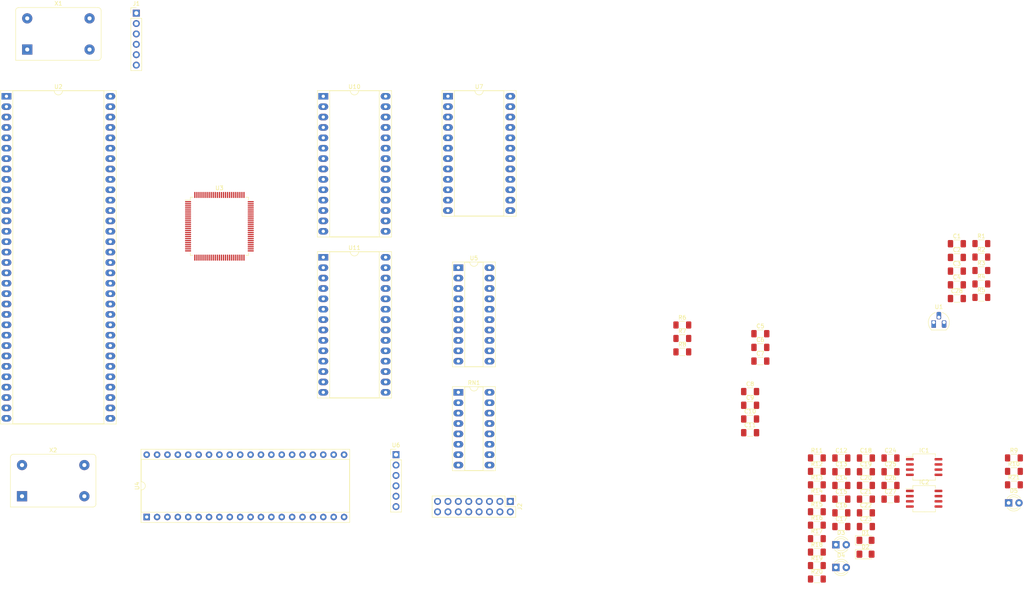
<source format=kicad_pcb>
(kicad_pcb (version 20221018) (generator pcbnew)
  (layers (0 "F.Cu" signal) (31 "B.Cu" signal) (34 "B.Paste" user) (35 "F.Paste" user) (36 "B.SilkS" user "B.Silkscreen") (37 "F.SilkS" user "F.Silkscreen") (38 "B.Mask" user) (39 "F.Mask" user) (44 "Edge.Cuts" user))
  (net 0 "")
  (net 1 "GND")
  (net 2 "+5V")
  (net 3 "+3V3")
  (net 4 "Net-(IC1-COMP)")
  (net 5 "Net-(C18-Pad1)")
  (net 6 "Net-(C19-Pad1)")
  (net 7 "Net-(C20-Pad1)")
  (net 8 "Net-(IC1-FB)")
  (net 9 "Net-(C21-Pad1)")
  (net 10 "Net-(IC2-FB)")
  (net 11 "Net-(D1-K)")
  (net 12 "Net-(D2-K)")
  (net 13 "Net-(D3-A)")
  (net 14 "Net-(D4-A)")
  (net 15 "~{IDE_LED}")
  (net 16 "Net-(D5-A)")
  (net 21 "Net-(J1-Pin_3)")
  (net 22 "Net-(J1-Pin_4)")
  (net 23 "Net-(J1-Pin_5)")
  (net 24 "Net-(J1-Pin_6)")
  (net 25 "OP0")
  (net 26 "TxDB")
  (net 27 "OP1")
  (net 28 "RxDB")
  (net 29 "OP2")
  (net 30 "IP0")
  (net 31 "OP3")
  (net 32 "IP1")
  (net 33 "OP4")
  (net 34 "IP2")
  (net 35 "OP5")
  (net 36 "IP3")
  (net 37 "OP6")
  (net 38 "IP4")
  (net 39 "OP7")
  (net 40 "IP5")
  (net 41 "Net-(U2-BGACK)")
  (net 42 "Net-(U2-BG)")
  (net 43 "Net-(U2-BR)")
  (net 44 "Net-(U2-VPA)")
  (net 45 "Net-(U2-BERR)")
  (net 46 "~{DUART_DTACK}")
  (net 47 "~{IPL0}")
  (net 48 "~{IPL1}")
  (net 49 "Net-(H1-Pad21)")
  (net 50 "Net-(H1-Pad29)")
  (net 51 "~{RESET}")
  (net 52 "Net-(RN1B-R2.1)")
  (net 53 "Net-(RN1C-R3.1)")
  (net 54 "Net-(RN1D-R4.1)")
  (net 55 "Net-(RN1E-R5.1)")
  (net 56 "Net-(RN1F-R6.1)")
  (net 61 "A3")
  (net 62 "~{OE}")
  (net 63 "A1")
  (net 64 "A2")
  (net 65 "~{WE}")
  (net 66 "Net-(RN1A-R1.2)")
  (net 67 "D4")
  (net 68 "D3")
  (net 69 "D2")
  (net 70 "D1")
  (net 71 "D0")
  (net 72 "~{AS}")
  (net 73 "~{UDS}")
  (net 74 "~{LDS}")
  (net 75 "R~{W}")
  (net 76 "~{CPU_DTACK}")
  (net 77 "Net-(U2-CLK)")
  (net 80 "~{IPL2}")
  (net 81 "FC2")
  (net 82 "FC1")
  (net 83 "FC0")
  (net 84 "A4")
  (net 85 "A5")
  (net 86 "A6")
  (net 87 "A7")
  (net 88 "A8")
  (net 89 "A9")
  (net 90 "A10")
  (net 91 "A11")
  (net 92 "A12")
  (net 93 "A13")
  (net 94 "A14")
  (net 95 "A15")
  (net 96 "A16")
  (net 97 "A17")
  (net 98 "A18")
  (net 99 "A19")
  (net 100 "A20")
  (net 101 "A21")
  (net 102 "A22")
  (net 103 "A23")
  (net 104 "D15")
  (net 105 "D14")
  (net 106 "D13")
  (net 107 "D12")
  (net 108 "D11")
  (net 109 "D10")
  (net 110 "D9")
  (net 111 "D8")
  (net 112 "D7")
  (net 113 "D6")
  (net 114 "D5")
  (net 126 "~{DUART_IACK}")
  (net 127 "~{RTC_CS}")
  (net 132 "NOT_AS")
  (net 134 "NOT_LDS")
  (net 136 "~{RAM_LCE}")
  (net 139 "~{IDE_CS1}")
  (net 141 "~{RAM_UCE}")
  (net 142 "~{ROM_LCE}")
  (net 156 "~{DUART_CS}")
  (net 172 "~{ROM_UCE}")
  (net 175 "RxDA")
  (net 176 "TxDA")
  (net 177 "Net-(U4-X1{slash}CLK)")
  (footprint "Capacitor_SMD:C_1206_3216Metric_Pad1.33x1.80mm_HandSolder" (layer "F.Cu") (at 251.43 80.85)
    (fp_text reference "C3" (at 0 -1.85) (layer "F.SilkS"))
    (fp_text value "0.1uF")
    (pad "1" smd roundrect (at -1.5625 0) (size 1.325 1.8) (layers "F.Cu" "F.Paste" "F.Mask") (roundrect_rratio 0.188679) (net 1 "GND"))
    (pad "2" smd roundrect (at 1.5625 0) (size 1.325 1.8) (layers "F.Cu" "F.Paste" "F.Mask") (roundrect_rratio 0.188679) (net 3 "+3V3"))
  )
  (footprint "Capacitor_SMD:C_1206_3216Metric_Pad1.33x1.80mm_HandSolder" (layer "F.Cu") (at 200.88 120.35)
    (fp_text reference "C11" (at 0 -1.85) (layer "F.SilkS"))
    (fp_text value "0.1uF")
    (pad "1" smd roundrect (at -1.5625 0) (size 1.325 1.8) (layers "F.Cu" "F.Paste" "F.Mask") (roundrect_rratio 0.188679) (net 2 "+5V"))
    (pad "2" smd roundrect (at 1.5625 0) (size 1.325 1.8) (layers "F.Cu" "F.Paste" "F.Mask") (roundrect_rratio 0.188679) (net 1 "GND"))
  )
  (footprint "Resistor_SMD:R_1206_3216Metric_Pad1.30x1.75mm_HandSolder" (layer "F.Cu") (at 184.3 94.02)
    (fp_text reference "R6" (at 0 -1.82) (layer "F.SilkS"))
    (fp_text value "4.7k")
    (pad "1" smd roundrect (at -1.55 0) (size 1.3 1.75) (layers "F.Cu" "F.Paste" "F.Mask") (roundrect_rratio 0.192308) (net 46 "~{DUART_DTACK}"))
    (pad "2" smd roundrect (at 1.55 0) (size 1.3 1.75) (layers "F.Cu" "F.Paste" "F.Mask") (roundrect_rratio 0.192308) (net 2 "+5V"))
  )
  (footprint "Capacitor_SMD:C_1206_3216Metric_Pad1.33x1.80mm_HandSolder" (layer "F.Cu") (at 229.19 139.95)
    (fp_text reference "C22" (at 0 -1.85) (layer "F.SilkS"))
    (fp_text value "47uF")
    (pad "1" smd roundrect (at -1.5625 0) (size 1.325 1.8) (layers "F.Cu" "F.Paste" "F.Mask") (roundrect_rratio 0.188679) (net 1 "GND"))
    (pad "2" smd roundrect (at 1.5625 0) (size 1.325 1.8) (layers "F.Cu" "F.Paste" "F.Mask") (roundrect_rratio 0.188679) (net 2 "+5V"))
  )
  (footprint "Oscillator:Oscillator_DIP-14_LargePads" (layer "F.Cu") (at 24.13 26.67)
    (fp_text reference "X1" (at 7.62 -11.26) (layer "F.SilkS"))
    (fp_text value "CLOCK")
    (pad "1" thru_hole rect (at 0 0) (size 2.5 2.5) (drill 1) (layers "*.Cu" "*.Mask"))
    (pad "7" thru_hole circle (at 15.24 0) (size 2.5 2.5) (drill 1) (layers "*.Cu" "*.Mask") (net 1 "GND"))
    (pad "8" thru_hole circle (at 15.24 -7.62) (size 2.5 2.5) (drill 1) (layers "*.Cu" "*.Mask") (net 77 "Net-(U2-CLK)"))
    (pad "14" thru_hole circle (at 0 -7.62) (size 2.5 2.5) (drill 1) (layers "*.Cu" "*.Mask") (net 2 "+5V"))
  )
  (footprint "Capacitor_SMD:C_1206_3216Metric_Pad1.33x1.80mm_HandSolder" (layer "F.Cu") (at 203.38 99.5)
    (fp_text reference "C6" (at 0 -1.85) (layer "F.SilkS"))
    (fp_text value "0.1uF")
    (pad "1" smd roundrect (at -1.5625 0) (size 1.325 1.8) (layers "F.Cu" "F.Paste" "F.Mask") (roundrect_rratio 0.188679) (net 2 "+5V"))
    (pad "2" smd roundrect (at 1.5625 0) (size 1.325 1.8) (layers "F.Cu" "F.Paste" "F.Mask") (roundrect_rratio 0.188679) (net 1 "GND"))
  )
  (footprint "Capacitor_SMD:C_1206_3216Metric_Pad1.33x1.80mm_HandSolder" (layer "F.Cu") (at 251.43 74.15)
    (fp_text reference "C1" (at 0 -1.85) (layer "F.SilkS"))
    (fp_text value "0.1uF")
    (pad "1" smd roundrect (at -1.5625 0) (size 1.325 1.8) (layers "F.Cu" "F.Paste" "F.Mask") (roundrect_rratio 0.188679) (net 1 "GND"))
    (pad "2" smd roundrect (at 1.5625 0) (size 1.325 1.8) (layers "F.Cu" "F.Paste" "F.Mask") (roundrect_rratio 0.188679) (net 2 "+5V"))
  )
  (footprint "Capacitor_SMD:C_1206_3216Metric_Pad1.33x1.80mm_HandSolder" (layer "F.Cu") (at 223.18 126.55)
    (fp_text reference "C12" (at 0 -1.85) (layer "F.SilkS"))
    (fp_text value "0.1uF")
    (pad "1" smd roundrect (at -1.5625 0) (size 1.325 1.8) (layers "F.Cu" "F.Paste" "F.Mask") (roundrect_rratio 0.188679) (net 1 "GND"))
    (pad "2" smd roundrect (at 1.5625 0) (size 1.325 1.8) (layers "F.Cu" "F.Paste" "F.Mask") (roundrect_rratio 0.188679) (net 4 "Net-(IC1-COMP)"))
  )
  (footprint "Resistor_SMD:R_1206_3216Metric_Pad1.30x1.75mm_HandSolder" (layer "F.Cu") (at 257.41 80.7)
    (fp_text reference "R3" (at 0 -1.82) (layer "F.SilkS"))
    (fp_text value "2.2k")
    (pad "1" smd roundrect (at -1.55 0) (size 1.3 1.75) (layers "F.Cu" "F.Paste" "F.Mask") (roundrect_rratio 0.192308) (net 2 "+5V"))
    (pad "2" smd roundrect (at 1.55 0) (size 1.3 1.75) (layers "F.Cu" "F.Paste" "F.Mask") (roundrect_rratio 0.192308) (net 43 "Net-(U2-BR)"))
  )
  (footprint "Connector_PinHeader_2.54mm:PinHeader_2x08_P2.54mm_Vertical" (layer "F.Cu") (at 142.24 137.16 -90)
    (fp_text reference "J2" (at 1.27 -2.33 90) (layer "F.SilkS"))
    (fp_text value "DUART_IO")
    (pad "1" thru_hole rect (at 0 0 270) (size 1.7 1.7) (drill 1) (layers "*.Cu" "*.Mask") (net 25 "OP0"))
    (pad "2" thru_hole oval (at 2.54 0 270) (size 1.7 1.7) (drill 1) (layers "*.Cu" "*.Mask") (net 26 "TxDB"))
    (pad "3" thru_hole oval (at 0 2.54 270) (size 1.7 1.7) (drill 1) (layers "*.Cu" "*.Mask") (net 27 "OP1"))
    (pad "4" thru_hole oval (at 2.54 2.54 270) (size 1.7 1.7) (drill 1) (layers "*.Cu" "*.Mask") (net 28 "RxDB"))
    (pad "5" thru_hole oval (at 0 5.08 270) (size 1.7 1.7) (drill 1) (layers "*.Cu" "*.Mask") (net 29 "OP2"))
    (pad "6" thru_hole oval (at 2.54 5.08 270) (size 1.7 1.7) (drill 1) (layers "*.Cu" "*.Mask") (net 30 "IP0"))
    (pad "7" thru_hole oval (at 0 7.62 270) (size 1.7 1.7) (drill 1) (layers "*.Cu" "*.Mask") (net 31 "OP3"))
    (pad "8" thru_hole oval (at 2.54 7.62 270) (size 1.7 1.7) (drill 1) (layers "*.Cu" "*.Mask") (net 32 "IP1"))
    (pad "9" thru_hole oval (at 0 10.16 270) (size 1.7 1.7) (drill 1) (layers "*.Cu" "*.Mask") (net 33 "OP4"))
    (pad "10" thru_hole oval (at 2.54 10.16 270) (size 1.7 1.7) (drill 1) (layers "*.Cu" "*.Mask") (net 34 "IP2"))
    (pad "11" thru_hole oval (at 0 12.7 270) (size 1.7 1.7) (drill 1) (layers "*.Cu" "*.Mask") (net 35 "OP5"))
    (pad "12" thru_hole oval (at 2.54 12.7 270) (size 1.7 1.7) (drill 1) (layers "*.Cu" "*.Mask") (net 36 "IP3"))
    (pad "13" thru_hole oval (at 0 15.24 270) (size 1.7 1.7) (drill 1) (layers "*.Cu" "*.Mask") (net 37 "OP6"))
    (pad "14" thru_hole oval (at 2.54 15.24 270) (size 1.7 1.7) (drill 1) (layers "*.Cu" "*.Mask") (net 38 "IP4"))
    (pad "15" thru_hole oval (at 0 17.78 270) (size 1.7 1.7) (drill 1) (layers "*.Cu" "*.Mask") (net 39 "OP7"))
    (pad "16" thru_hole oval (at 2.54 17.78 270) (size 1.7 1.7) (drill 1) (layers "*.Cu" "*.Mask") (net 40 "IP5"))
  )
  (footprint "Capacitor_SMD:C_1206_3216Metric_Pad1.33x1.80mm_HandSolder" (layer "F.Cu") (at 223.18 143.3)
    (fp_text reference "C17" (at 0 -1.85) (layer "F.SilkS"))
    (fp_text value "220pF")
    (pad "1" smd roundrect (at -1.5625 0) (size 1.325 1.8) (layers "F.Cu" "F.Paste" "F.Mask") (roundrect_rratio 0.188679) (net 1 "GND"))
    (pad "2" smd roundrect (at 1.5625 0) (size 1.325 1.8) (layers "F.Cu" "F.Paste" "F.Mask") (roundrect_rratio 0.188679) (net 4 "Net-(IC1-COMP)"))
  )
  (footprint "Capacitor_SMD:C_1206_3216Metric_Pad1.33x1.80mm_HandSolder" (layer "F.Cu") (at 229.19 133.25)
    (fp_text reference "C20" (at 0 -1.85) (layer "F.SilkS"))
    (fp_text value "470pF")
    (pad "1" smd roundrect (at -1.5625 0) (size 1.325 1.8) (layers "F.Cu" "F.Paste" "F.Mask") (roundrect_rratio 0.188679) (net 7 "Net-(C20-Pad1)"))
    (pad "2" smd roundrect (at 1.5625 0) (size 1.325 1.8) (layers "F.Cu" "F.Paste" "F.Mask") (roundrect_rratio 0.188679) (net 8 "Net-(IC1-FB)"))
  )
  (footprint "Capacitor_SMD:C_1206_3216Metric_Pad1.33x1.80mm_HandSolder" (layer "F.Cu") (at 251.43 87.55)
    (fp_text reference "C28" (at 0 -1.85) (layer "F.SilkS"))
    (fp_text value "0.1uF")
    (pad "1" smd roundrect (at -1.5625 0) (size 1.325 1.8) (layers "F.Cu" "F.Paste" "F.Mask") (roundrect_rratio 0.188679) (net 1 "GND"))
    (pad "2" smd roundrect (at 1.5625 0) (size 1.325 1.8) (layers "F.Cu" "F.Paste" "F.Mask") (roundrect_rratio 0.188679) (net 2 "+5V"))
  )
  (footprint "Resistor_SMD:R_1206_3216Metric_Pad1.30x1.75mm_HandSolder" (layer "F.Cu") (at 265.38 133.1)
    (fp_text reference "R21" (at 0 -1.82) (layer "F.SilkS"))
    (fp_text value "680")
    (pad "1" smd roundrect (at -1.55 0) (size 1.3 1.75) (layers "F.Cu" "F.Paste" "F.Mask") (roundrect_rratio 0.192308) (net 2 "+5V"))
    (pad "2" smd roundrect (at 1.55 0) (size 1.3 1.75) (layers "F.Cu" "F.Paste" "F.Mask") (roundrect_rratio 0.192308) (net 16 "Net-(D5-A)"))
  )
  (footprint "Resistor_SMD:R_1206_3216Metric_Pad1.30x1.75mm_HandSolder" (layer "F.Cu") (at 217.2 139.68)
    (fp_text reference "R15" (at 0 -1.82) (layer "F.SilkS"))
    (fp_text value "4.7K")
    (pad "1" smd roundrect (at -1.55 0) (size 1.3 1.75) (layers "F.Cu" "F.Paste" "F.Mask") (roundrect_rratio 0.192308) (net 3 "+3V3"))
    (pad "2" smd roundrect (at 1.55 0) (size 1.3 1.75) (layers "F.Cu" "F.Paste" "F.Mask") (roundrect_rratio 0.192308) (net 10 "Net-(IC2-FB)"))
  )
  (footprint "Resistor_SMD:R_1206_3216Metric_Pad1.30x1.75mm_HandSolder" (layer "F.Cu") (at 217.2 156.13)
    (fp_text reference "R20" (at 0 -1.82) (layer "F.SilkS"))
    (fp_text value "680")
    (pad "1" smd roundrect (at -1.55 0) (size 1.3 1.75) (layers "F.Cu" "F.Paste" "F.Mask") (roundrect_rratio 0.192308) (net 2 "+5V"))
    (pad "2" smd roundrect (at 1.55 0) (size 1.3 1.75) (layers "F.Cu" "F.Paste" "F.Mask") (roundrect_rratio 0.192308) (net 14 "Net-(D4-A)"))
  )
  (footprint "Package_SO:SO-8_5.3x6.2mm_P1.27mm" (layer "F.Cu") (at 243.43 136.5)
    (fp_text reference "IC2" (at 0 -4.05) (layer "F.SilkS"))
    (fp_text value "L5970D013TR")
    (pad "1" smd roundrect (at -3.5 -1.905) (size 1.9 0.6) (layers "F.Cu" "F.Paste" "F.Mask") (net 12 "Net-(D2-K)"))
    (pad "2" smd roundrect (at -3.5 -0.635) (size 1.9 0.6) (layers "F.Cu" "F.Paste" "F.Mask"))
    (pad "3" smd roundrect (at -3.5 0.635) (size 1.9 0.6) (layers "F.Cu" "F.Paste" "F.Mask") (net 1 "GND"))
    (pad "4" smd roundrect (at -3.5 1.905) (size 1.9 0.6) (layers "F.Cu" "F.Paste" "F.Mask") (net 4 "Net-(IC1-COMP)"))
    (pad "5" smd roundrect (at 3.5 1.905) (size 1.9 0.6) (layers "F.Cu" "F.Paste" "F.Mask") (net 10 "Net-(IC2-FB)"))
    (pad "6" smd roundrect (at 3.5 0.635) (size 1.9 0.6) (layers "F.Cu" "F.Paste" "F.Mask"))
    (pad "7" smd roundrect (at 3.5 -0.635) (size 1.9 0.6) (layers "F.Cu" "F.Paste" "F.Mask") (net 1 "GND"))
    (pad "8" smd roundrect (at 3.5 -1.905) (size 1.9 0.6) (layers "F.Cu" "F.Paste" "F.Mask") (net 4 "Net-(IC1-COMP)"))
  )
  (footprint "Resistor_SMD:R_1206_3216Metric_Pad1.30x1.75mm_HandSolder" (layer "F.Cu") (at 257.41 87.28)
    (fp_text reference "R5" (at 0 -1.82) (layer "F.SilkS"))
    (fp_text value "2.2k")
    (pad "1" smd roundrect (at -1.55 0) (size 1.3 1.75) (layers "F.Cu" "F.Paste" "F.Mask") (roundrect_rratio 0.192308) (net 2 "+5V"))
    (pad "2" smd roundrect (at 1.55 0) (size 1.3 1.75) (layers "F.Cu" "F.Paste" "F.Mask") (roundrect_rratio 0.192308) (net 45 "Net-(U2-BERR)"))
  )
  (footprint "Capacitor_SMD:C_1206_3216Metric_Pad1.33x1.80mm_HandSolder" (layer "F.Cu") (at 200.88 110.3)
    (fp_text reference "C8" (at 0 -1.85) (layer "F.SilkS"))
    (fp_text value "0.1uF")
    (pad "1" smd roundrect (at -1.5625 0) (size 1.325 1.8) (layers "F.Cu" "F.Paste" "F.Mask") (roundrect_rratio 0.188679) (net 2 "+5V"))
    (pad "2" smd roundrect (at 1.5625 0) (size 1.325 1.8) (layers "F.Cu" "F.Paste" "F.Mask") (roundrect_rratio 0.188679) (net 1 "GND"))
  )
  (footprint "Connector_PinHeader_2.54mm:PinHeader_1x06_P2.54mm_Vertical" (layer "F.Cu") (at 114.3 125.73)
    (fp_text reference "U6" (at 0 -2.33) (layer "F.SilkS"))
    (fp_text value "CONSOLE")
    (pad "1" thru_hole rect (at 0 0) (size 1.7 1.7) (drill 1) (layers "*.Cu" "*.Mask"))
    (pad "2" thru_hole oval (at 0 2.54) (size 1.7 1.7) (drill 1) (layers "*.Cu" "*.Mask") (net 1 "GND"))
    (pad "3" thru_hole oval (at 0 5.08) (size 1.7 1.7) (drill 1) (layers "*.Cu" "*.Mask") (net 176 "TxDA"))
    (pad "4" thru_hole oval (at 0 7.62) (size 1.7 1.7) (drill 1) (layers "*.Cu" "*.Mask") (net 175 "RxDA"))
    (pad "5" thru_hole oval (at 0 10.16) (size 1.7 1.7) (drill 1) (layers "*.Cu" "*.Mask"))
    (pad "6" thru_hole oval (at 0 12.7) (size 1.7 1.7) (drill 1) (layers "*.Cu" "*.Mask"))
  )
  (footprint "Resistor_SMD:R_1206_3216Metric_Pad1.30x1.75mm_HandSolder" (layer "F.Cu") (at 217.2 129.81)
    (fp_text reference "R12" (at 0 -1.82) (layer "F.SilkS"))
    (fp_text value "4.7K")
    (pad "1" smd roundrect (at -1.55 0) (size 1.3 1.75) (layers "F.Cu" "F.Paste" "F.Mask") (roundrect_rratio 0.192308) (net 6 "Net-(C19-Pad1)"))
    (pad "2" smd roundrect (at 1.55 0) (size 1.3 1.75) (layers "F.Cu" "F.Paste" "F.Mask") (roundrect_rratio 0.192308) (net 1 "GND"))
  )
  (footprint "Package_SO:SO-8_5.3x6.2mm_P1.27mm" (layer "F.Cu") (at 243.43 128.75)
    (fp_text reference "IC1" (at 0 -4.05) (layer "F.SilkS"))
    (fp_text value "L5970D013TR")
    (pad "1" smd roundrect (at -3.5 -1.905) (size 1.9 0.6) (layers "F.Cu" "F.Paste" "F.Mask") (net 11 "Net-(D1-K)"))
    (pad "2" smd roundrect (at -3.5 -0.635) (size 1.9 0.6) (layers "F.Cu" "F.Paste" "F.Mask"))
    (pad "3" smd roundrect (at -3.5 0.635) (size 1.9 0.6) (layers "F.Cu" "F.Paste" "F.Mask") (net 1 "GND"))
    (pad "4" smd roundrect (at -3.5 1.905) (size 1.9 0.6) (layers "F.Cu" "F.Paste" "F.Mask") (net 4 "Net-(IC1-COMP)"))
    (pad "5" smd roundrect (at 3.5 1.905) (size 1.9 0.6) (layers "F.Cu" "F.Paste" "F.Mask") (net 8 "Net-(IC1-FB)"))
    (pad "6" smd roundrect (at 3.5 0.635) (size 1.9 0.6) (layers "F.Cu" "F.Paste" "F.Mask"))
    (pad "7" smd roundrect (at 3.5 -0.635) (size 1.9 0.6) (layers "F.Cu" "F.Paste" "F.Mask") (net 1 "GND"))
    (pad "8" smd roundrect (at 3.5 -1.905) (size 1.9 0.6) (layers "F.Cu" "F.Paste" "F.Mask") (net 4 "Net-(IC1-COMP)"))
  )
  (footprint "Package_QFP:TQFP-100_14x14mm_P0.5mm" (layer "F.Cu") (at 71.12 69.8925)
    (fp_text reference "U3" (at 0 -9.35) (layer "F.SilkS"))
    (fp_text value "XC9572XL-TQ100")
    (pad "1" smd roundrect (at -7.6625 -6) (size 1.475 0.3) (layers "F.Cu" "F.Paste" "F.Mask"))
    (pad "2" smd roundrect (at -7.6625 -5.5) (size 1.475 0.3) (layers "F.Cu" "F.Paste" "F.Mask"))
    (pad "3" smd roundrect (at -7.6625 -5) (size 1.475 0.3) (layers "F.Cu" "F.Paste" "F.Mask"))
    (pad "4" smd roundrect (at -7.6625 -4.5) (size 1.475 0.3) (layers "F.Cu" "F.Paste" "F.Mask"))
    (pad "5" smd roundrect (at -7.6625 -4) (size 1.475 0.3) (layers "F.Cu" "F.Paste" "F.Mask") (net 3 "+3V3"))
    (pad "6" smd roundrect (at -7.6625 -3.5) (size 1.475 0.3) (layers "F.Cu" "F.Paste" "F.Mask"))
    (pad "7" smd roundrect (at -7.6625 -3) (size 1.475 0.3) (layers "F.Cu" "F.Paste" "F.Mask"))
    (pad "8" smd roundrect (at -7.6625 -2.5) (size 1.475 0.3) (layers "F.Cu" "F.Paste" "F.Mask"))
    (pad "9" smd roundrect (at -7.6625 -2) (size 1.475 0.3) (layers "F.Cu" "F.Paste" "F.Mask"))
    (pad "10" smd roundrect (at -7.6625 -1.5) (size 1.475 0.3) (layers "F.Cu" "F.Paste" "F.Mask"))
    (pad "11" smd roundrect (at -7.6625 -1) (size 1.475 0.3) (layers "F.Cu" "F.Paste" "F.Mask"))
    (pad "12" smd roundrect (at -7.6625 -0.5) (size 1.475 0.3) (layers "F.Cu" "F.Paste" "F.Mask"))
    (pad "13" smd roundrect (at -7.6625 0) (size 1.475 0.3) (layers "F.Cu" "F.Paste" "F.Mask") (net 83 "FC0"))
    (pad "14" smd roundrect (at -7.6625 0.5) (size 1.475 0.3) (layers "F.Cu" "F.Paste" "F.Mask") (net 82 "FC1"))
    (pad "15" smd roundrect (at -7.6625 1) (size 1.475 0.3) (layers "F.Cu" "F.Paste" "F.Mask") (net 81 "FC2"))
    (pad "16" smd roundrect (at -7.6625 1.5) (size 1.475 0.3) (layers "F.Cu" "F.Paste" "F.Mask") (net 126 "~{DUART_IACK}"))
    (pad "17" smd roundrect (at -7.6625 2) (size 1.475 0.3) (layers "F.Cu" "F.Paste" "F.Mask") (net 127 "~{RTC_CS}"))
    (pad "18" smd roundrect (at -7.6625 2.5) (size 1.475 0.3) (layers "F.Cu" "F.Paste" "F.Mask") (net 75 "R~{W}"))
    (pad "19" smd roundrect (at -7.6625 3) (size 1.475 0.3) (layers "F.Cu" "F.Paste" "F.Mask"))
    (pad "20" smd roundrect (at -7.6625 3.5) (size 1.475 0.3) (layers "F.Cu" "F.Paste" "F.Mask") (net 72 "~{AS}"))
    (pad "21" smd roundrect (at -7.6625 4) (size 1.475 0.3) (layers "F.Cu" "F.Paste" "F.Mask") (net 1 "GND"))
    (pad "22" smd roundrect (at -7.6625 4.5) (size 1.475 0.3) (layers "F.Cu" "F.Paste" "F.Mask"))
    (pad "23" smd roundrect (at -7.6625 5) (size 1.475 0.3) (layers "F.Cu" "F.Paste" "F.Mask"))
    (pad "24" smd roundrect (at -7.6625 5.5) (size 1.475 0.3) (layers "F.Cu" "F.Paste" "F.Mask"))
    (pad "25" smd roundrect (at -7.6625 6) (size 1.475 0.3) (layers "F.Cu" "F.Paste" "F.Mask") (net 132 "NOT_AS"))
    (pad "26" smd roundrect (at -6 7.6625) (size 0.3 1.475) (layers "F.Cu" "F.Paste" "F.Mask") (net 3 "+3V3"))
    (pad "27" smd roundrect (at -5.5 7.6625) (size 0.3 1.475) (layers "F.Cu" "F.Paste" "F.Mask"))
    (pad "28" smd roundrect (at -5 7.6625) (size 0.3 1.475) (layers "F.Cu" "F.Paste" "F.Mask") (net 134 "NOT_LDS"))
    (pad "29" smd roundrect (at -4.5 7.6625) (size 0.3 1.475) (layers "F.Cu" "F.Paste" "F.Mask") (net 74 "~{LDS}"))
    (pad "30" smd roundrect (at -4 7.6625) (size 0.3 1.475) (layers "F.Cu" "F.Paste" "F.Mask") (net 62 "~{OE}"))
    (pad "31" smd roundrect (at -3.5 7.6625) (size 0.3 1.475) (layers "F.Cu" "F.Paste" "F.Mask") (net 1 "GND"))
    (pad "32" smd roundrect (at -3 7.6625) (size 0.3 1.475) (layers "F.Cu" "F.Paste" "F.Mask"))
    (pad "33" smd roundrect (at -2.5 7.6625) (size 0.3 1.475) (layers "F.Cu" "F.Paste" "F.Mask") (net 136 "~{RAM_LCE}"))
    (pad "34" smd roundrect (at -2 7.6625) (size 0.3 1.475) (layers "F.Cu" "F.Paste" "F.Mask"))
    (pad "35" smd roundrect (at -1.5 7.6625) (size 0.3 1.475) (layers "F.Cu" "F.Paste" "F.Mask"))
    (pad "36" smd roundrect (at -1 7.6625) (size 0.3 1.475) (layers "F.Cu" "F.Paste" "F.Mask") (net 139 "~{IDE_CS1}"))
    (pad "37" smd roundrect (at -0.5 7.6625) (size 0.3 1.475) (layers "F.Cu" "F.Paste" "F.Mask"))
    (pad "38" smd roundrect (at 0 7.6625) (size 0.3 1.475) (layers "F.Cu" "F.Paste" "F.Mask") (net 3 "+3V3"))
    (pad "39" smd roundrect (at 0.5 7.6625) (size 0.3 1.475) (layers "F.Cu" "F.Paste" "F.Mask") (net 141 "~{RAM_UCE}"))
    (pad "40" smd roundrect (at 1 7.6625) (size 0.3 1.475) (layers "F.Cu" "F.Paste" "F.Mask") (net 142 "~{ROM_LCE}"))
    (pad "41" smd roundrect (at 1.5 7.6625) (size 0.3 1.475) (layers "F.Cu" "F.Paste" "F.Mask"))
    (pad "42" smd roundrect (at 2 7.6625) (size 0.3 1.475) (layers "F.Cu" "F.Paste" "F.Mask"))
    (pad "43" smd roundrect (at 2.5 7.6625) (size 0.3 1.475) (layers "F.Cu" "F.Paste" "F.Mask"))
    (pad "44" smd roundrect (at 3 7.6625) (size 0.3 1.475) (layers "F.Cu" "F.Paste" "F.Mask") (net 1 "GND"))
    (pad "45" smd roundrect (at 3.5 7.6625) (size 0.3 1.475) (layers "F.Cu" "F.Paste" "F.Mask") (net 24 "Net-(J1-Pin_6)"))
    (pad "46" smd roundrect (at 4 7.6625) (size 0.3 1.475) (layers "F.Cu" "F.Paste" "F.Mask"))
    (pad "47" smd roundrect (at 4.5 7.6625) (size 0.3 1.475) (layers "F.Cu" "F.Paste" "F.Mask") (net 23 "Net-(J1-Pin_5)"))
    (pad "48" smd roundrect (at 5 7.6625) (size 0.3 1.475) (layers "F.Cu" "F.Paste" "F.Mask") (net 22 "Net-(J1-Pin_4)"))
    (pad "49" smd roundrect (at 5.5 7.6625) (size 0.3 1.475) (layers "F.Cu" "F.Paste" "F.Mask"))
    (pad "50" smd roundrect (at 6 7.6625) (size 0.3 1.475) (layers "F.Cu" "F.Paste" "F.Mask"))
    (pad "51" smd roundrect (at 7.6625 6) (size 1.475 0.3) (layers "F.Cu" "F.Paste" "F.Mask") (net 3 "+3V3"))
    (pad "52" smd roundrect (at 7.6625 5.5) (size 1.475 0.3) (layers "F.Cu" "F.Paste" "F.Mask"))
    (pad "53" smd roundrect (at 7.6625 5) (size 1.475 0.3) (layers "F.Cu" "F.Paste" "F.Mask"))
    (pad "54" smd roundrect (at 7.6625 4.5) (size 1.475 0.3) (layers "F.Cu" "F.Paste" "F.Mask"))
    (pad "55" smd roundrect (at 7.6625 4) (size 1.475 0.3) (layers "F.Cu" "F.Paste" "F.Mask"))
    (pad "56" smd roundrect (at 7.6625 3.5) (size 1.475 0.3) (layers "F.Cu" "F.Paste" "F.Mask"))
    (pad "57" smd roundrect (at 7.6625 3) (size 1.475 0.3) (layers "F.Cu" "F.Paste" "F.Mask") (net 3 "+3V3"))
    (pad "58" smd roundrect (at 7.6625 2.5) (size 1.475 0.3) (layers "F.Cu" "F.Paste" "F.Mask"))
    (pad "59" smd roundrect (at 7.6625 2) (size 1.475 0.3) (layers "F.Cu" "F.Paste" "F.Mask") (net 73 "~{UDS}"))
    (pad "60" smd roundrect (at 7.6625 1.5) (size 1.475 0.3) (layers "F.Cu" "F.Paste" "F.Mask") (net 62 "~{OE}"))
    (pad "61" smd roundrect (at 7.6625 1) (size 1.475 0.3) (layers "F.Cu" "F.Paste" "F.Mask") (net 72 "~{AS}"))
    (pad "62" smd roundrect (at 7.6625 0.5) (size 1.475 0.3) (layers "F.Cu" "F.Paste" "F.Mask") (net 1 "GND"))
    (pad "63" smd roundrect (at 7.6625 0) (size 1.475 0.3) (layers "F.Cu" "F.Paste" "F.Mask") (net 51 "~{RESET}"))
    (pad "64" smd roundrect (at 7.6625 -0.5) (size 1.475 0.3) (layers "F.Cu" "F.Paste" "F.Mask") (net 100 "A20"))
    (pad "65" smd roundrect (at 7.6625 -1) (size 1.475 0.3) (layers "F.Cu" "F.Paste" "F.Mask") (net 101 "A21"))
    (pad "66" smd roundrect (at 7.6625 -1.5) (size 1.475 0.3) (layers "F.Cu" "F.Paste" "F.Mask") (net 102 "A22"))
    (pad "67" smd roundrect (at 7.6625 -2) (size 1.475 0.3) (layers "F.Cu" "F.Paste" "F.Mask") (net 63 "A1"))
    (pad "68" smd roundrect (at 7.6625 -2.5) (size 1.475 0.3) (layers "F.Cu" "F.Paste" "F.Mask") (net 103 "A23"))
    (pad "69" smd roundrect (at 7.6625 -3) (size 1.475 0.3) (layers "F.Cu" "F.Paste" "F.Mask") (net 1 "GND"))
    (pad "70" smd roundrect (at 7.6625 -3.5) (size 1.475 0.3) (layers "F.Cu" "F.Paste" "F.Mask") (net 64 "A2"))
    (pad "71" smd roundrect (at 7.6625 -4) (size 1.475 0.3) (layers "F.Cu" "F.Paste" "F.Mask") (net 61 "A3"))
    (pad "72" smd roundrect (at 7.6625 -4.5) (size 1.475 0.3) (layers "F.Cu" "F.Paste" "F.Mask") (net 84 "A4"))
    (pad "73" smd roundrect (at 7.6625 -5) (size 1.475 0.3) (layers "F.Cu" "F.Paste" "F.Mask"))
    (pad "74" smd roundrect (at 7.6625 -5.5) (size 1.475 0.3) (layers "F.Cu" "F.Paste" "F.Mask") (net 76 "~{CPU_DTACK}"))
    (pad "75" smd roundrect (at 7.6625 -6) (size 1.475 0.3) (layers "F.Cu" "F.Paste" "F.Mask") (net 1 "GND"))
    (pad "76" smd roundrect (at 6 -7.6625) (size 0.3 1.475) (layers "F.Cu" "F.Paste" "F.Mask") (net 156 "~{DUART_CS}"))
    (pad "77" smd roundrect (at 5.5 -7.6625) (size 0.3 1.475) (layers "F.Cu" "F.Paste" "F.Mask") (net 46 "~{DUART_DTACK}"))
    (pad "78" smd roundrect (at 5 -7.6625) (size 0.3 1.475) (layers "F.Cu" "F.Paste" "F.Mask"))
    (pad "79" smd roundrect (at 4.5 -7.6625) (size 0.3 1.475) (layers "F.Cu" "F.Paste" "F.Mask"))
    (pad "80" smd roundrect (at 4 -7.6625) (size 0.3 1.475) (layers "F.Cu" "F.Paste" "F.Mask"))
    (pad "81" smd roundrect (at 3.5 -7.6625) (size 0.3 1.475) (layers "F.Cu" "F.Paste" "F.Mask"))
    (pad "82" smd roundrect (at 3 -7.6625) (size 0.3 1.475) (layers "F.Cu" "F.Paste" "F.Mask"))
    (pad "83" smd roundrect (at 2.5 -7.6625) (size 0.3 1.475) (layers "F.Cu" "F.Paste" "F.Mask") (net 21 "Net-(J1-Pin_3)"))
    (pad "84" smd roundrect (at 2 -7.6625) (size 0.3 1.475) (layers "F.Cu" "F.Paste" "F.Mask") (net 1 "GND"))
    (pad "85" smd roundrect (at 1.5 -7.6625) (size 0.3 1.475) (layers "F.Cu" "F.Paste" "F.Mask"))
    (pad "86" smd roundrect (at 1 -7.6625) (size 0.3 1.475) (layers "F.Cu" "F.Paste" "F.Mask"))
    (pad "87" smd roundrect (at 0.5 -7.6625) (size 0.3 1.475) (layers "F.Cu" "F.Paste" "F.Mask"))
    (pad "88" smd roundrect (at 0 -7.6625) (size 0.3 1.475) (layers "F.Cu" "F.Paste" "F.Mask") (net 3 "+3V3"))
    (pad "89" smd roundrect (at -0.5 -7.6625) (size 0.3 1.475) (layers "F.Cu" "F.Paste" "F.Mask"))
    (pad "90" smd roundrect (at -1 -7.6625) (size 0.3 1.475) (layers "F.Cu" "F.Paste" "F.Mask"))
    (pad "91" smd roundrect (at -1.5 -7.6625) (size 0.3 1.475) (layers "F.Cu" "F.Paste" "F.Mask"))
    (pad "92" smd roundrect (at -2 -7.6625) (size 0.3 1.475) (layers "F.Cu" "F.Paste" "F.Mask"))
    (pad "93" smd roundrect (at -2.5 -7.6625) (size 0.3 1.475) (layers "F.Cu" "F.Paste" "F.Mask"))
    (pad "94" smd roundrect (at -3 -7.6625) (size 0.3 1.475) (layers "F.Cu" "F.Paste" "F.Mask"))
    (pad "95" smd roundrect (at -3.5 -7.6625) (size 0.3 1.475) (layers "F.Cu" "F.Paste" "F.Mask"))
    (pad "96" smd roundrect (at -4 -7.6625) (size 0.3 1.475) (layers "F.Cu" "F.Paste" "F.Mask") (net 172 "~{ROM_UCE}"))
    (pad "97" smd roundrect (at -4.5 -7.6625) (size 0.3 1.475) (layers "F.Cu" "F.Paste" "F.Mask"))
    (pad "98" smd roundrect (at -5 -7.6625) (size 0.3 1.475) (layers "F.Cu" "F.Paste" "F.Mask") (net 3 "+3V3"))
    (pad "99" smd roundrect (at -5.5 -7.6625) (size 0.3 1.475) (layers "F.Cu" "F.Paste" "F.Mask"))
    (pad "100" smd roundrect (at -6 -7.6625) (size 0.3 1.475) (layers "F.Cu" "F.Paste" "F.Mask") (net 1 "GND"))
  )
  (footprint "Resistor_SMD:R_1206_3216Metric_Pad1.30x1.75mm_HandSolder" (layer "F.Cu") (at 217.2 146.26)
    (fp_text reference "R17" (at 0 -1.82) (layer "F.SilkS"))
    (fp_text value "390")
    (pad "1" smd roundrect (at -1.55 0) (size 1.3 1.75) (layers "F.Cu" "F.Paste" "F.Mask") (roundrect_rratio 0.192308) (net 2 "+5V"))
    (pad "2" smd roundrect (at 1.55 0) (size 1.3 1.75) (layers "F.Cu" "F.Paste" "F.Mask") (roundrect_rratio 0.192308) (net 7 "Net-(C20-Pad1)"))
  )
  (footprint "Diode_SMD:D_1206_3216Metric_Pad1.42x1.75mm_HandSolder" (layer "F.Cu") (at 229.095 146.67)
    (fp_text reference "D1" (at 0 -1.82) (layer "F.SilkS"))
    (fp_text value "SB140")
    (pad "1" smd roundrect (at -1.4875 0) (size 1.425 1.75) (layers "F.Cu" "F.Paste" "F.Mask") (roundrect_rratio 0.175439) (net 11 "Net-(D1-K)"))
    (pad "2" smd roundrect (at 1.4875 0) (size 1.425 1.75) (layers "F.Cu" "F.Paste" "F.Mask") (roundrect_rratio 0.175439) (net 1 "GND"))
  )
  (footprint "Resistor_SMD:R_1206_3216Metric_Pad1.30x1.75mm_HandSolder" (layer "F.Cu") (at 184.3 97.31)
    (fp_text reference "R7" (at 0 -1.82) (layer "F.SilkS"))
    (fp_text value "4.7k")
    (pad "1" smd roundrect (at -1.55 0) (size 1.3 1.75) (layers "F.Cu" "F.Paste" "F.Mask") (roundrect_rratio 0.192308) (net 47 "~{IPL0}"))
    (pad "2" smd roundrect (at 1.55 0) (size 1.3 1.75) (layers "F.Cu" "F.Paste" "F.Mask") (roundrect_rratio 0.192308) (net 2 "+5V"))
  )
  (footprint "Diode_SMD:D_1206_3216Metric_Pad1.42x1.75mm_HandSolder" (layer "F.Cu") (at 229.095 150.06)
    (fp_text reference "D2" (at 0 -1.82) (layer "F.SilkS"))
    (fp_text value "SB140")
    (pad "1" smd roundrect (at -1.4875 0) (size 1.425 1.75) (layers "F.Cu" "F.Paste" "F.Mask") (roundrect_rratio 0.175439) (net 12 "Net-(D2-K)"))
    (pad "2" smd roundrect (at 1.4875 0) (size 1.425 1.75) (layers "F.Cu" "F.Paste" "F.Mask") (roundrect_rratio 0.175439) (net 1 "GND"))
  )
  (footprint "Resistor_SMD:R_1206_3216Metric_Pad1.30x1.75mm_HandSolder" (layer "F.Cu") (at 257.41 77.41)
    (fp_text reference "R2" (at 0 -1.82) (layer "F.SilkS"))
    (fp_text value "2.2k")
    (pad "1" smd roundrect (at -1.55 0) (size 1.3 1.75) (layers "F.Cu" "F.Paste" "F.Mask") (roundrect_rratio 0.192308) (net 2 "+5V"))
    (pad "2" smd roundrect (at 1.55 0) (size 1.3 1.75) (layers "F.Cu" "F.Paste" "F.Mask") (roundrect_rratio 0.192308) (net 42 "Net-(U2-BG)"))
  )
  (footprint "Capacitor_SMD:C_1206_3216Metric_Pad1.33x1.80mm_HandSolder" (layer "F.Cu") (at 235.2 126.55)
    (fp_text reference "C24" (at 0 -1.85) (layer "F.SilkS"))
    (fp_text value "47uF")
    (pad "1" smd roundrect (at -1.5625 0) (size 1.325 1.8) (layers "F.Cu" "F.Paste" "F.Mask") (roundrect_rratio 0.188679) (net 1 "GND"))
    (pad "2" smd roundrect (at 1.5625 0) (size 1.325 1.8) (layers "F.Cu" "F.Paste" "F.Mask") (roundrect_rratio 0.188679) (net 2 "+5V"))
  )
  (footprint "Resistor_SMD:R_1206_3216Metric_Pad1.30x1.75mm_HandSolder" (layer "F.Cu") (at 184.3 100.6)
    (fp_text reference "R8" (at 0 -1.82) (layer "F.SilkS"))
    (fp_text value "4.7k")
    (pad "1" smd roundrect (at -1.55 0) (size 1.3 1.75) (layers "F.Cu" "F.Paste" "F.Mask") (roundrect_rratio 0.192308) (net 48 "~{IPL1}"))
    (pad "2" smd roundrect (at 1.55 0) (size 1.3 1.75) (layers "F.Cu" "F.Paste" "F.Mask") (roundrect_rratio 0.192308) (net 2 "+5V"))
  )
  (footprint "Package_DIP:DIP-64_W25.4mm_Socket_LongPads" (layer "F.Cu") (at 19.05 38.1)
    (fp_text reference "U2" (at 12.7 -2.33) (layer "F.SilkS"))
    (fp_text value "68010D")
    (pad "1" thru_hole rect (at 0 0) (size 2.4 1.6) (drill 0.8) (layers "*.Cu" "*.Mask") (net 67 "D4"))
    (pad "2" thru_hole oval (at 0 2.54) (size 2.4 1.6) (drill 0.8) (layers "*.Cu" "*.Mask") (net 68 "D3"))
    (pad "3" thru_hole oval (at 0 5.08) (size 2.4 1.6) (drill 0.8) (layers "*.Cu" "*.Mask") (net 69 "D2"))
    (pad "4" thru_hole oval (at 0 7.62) (size 2.4 1.6) (drill 0.8) (layers "*.Cu" "*.Mask") (net 70 "D1"))
    (pad "5" thru_hole oval (at 0 10.16) (size 2.4 1.6) (drill 0.8) (layers "*.Cu" "*.Mask") (net 71 "D0"))
    (pad "6" thru_hole oval (at 0 12.7) (size 2.4 1.6) (drill 0.8) (layers "*.Cu" "*.Mask") (net 72 "~{AS}"))
    (pad "7" thru_hole oval (at 0 15.24) (size 2.4 1.6) (drill 0.8) (layers "*.Cu" "*.Mask") (net 73 "~{UDS}"))
    (pad "8" thru_hole oval (at 0 17.78) (size 2.4 1.6) (drill 0.8) (layers "*.Cu" "*.Mask") (net 74 "~{LDS}"))
    (pad "9" thru_hole oval (at 0 20.32) (size 2.4 1.6) (drill 0.8) (layers "*.Cu" "*.Mask") (net 75 "R~{W}"))
    (pad "10" thru_hole oval (at 0 22.86) (size 2.4 1.6) (drill 0.8) (layers "*.Cu" "*.Mask") (net 76 "~{CPU_DTACK}"))
    (pad "11" thru_hole oval (at 0 25.4) (size 2.4 1.6) (drill 0.8) (layers "*.Cu" "*.Mask") (net 42 "Net-(U2-BG)"))
    (pad "12" thru_hole oval (at 0 27.94) (size 2.4 1.6) (drill 0.8) (layers "*.Cu" "*.Mask") (net 41 "Net-(U2-BGACK)"))
    (pad "13" thru_hole oval (at 0 30.48) (size 2.4 1.6) (drill 0.8) (layers "*.Cu" "*.Mask") (net 43 "Net-(U2-BR)"))
    (pad "14" thru_hole oval (at 0 33.02) (size 2.4 1.6) (drill 0.8) (layers "*.Cu" "*.Mask") (net 2 "+5V"))
    (pad "15" thru_hole oval (at 0 35.56) (size 2.4 1.6) (drill 0.8) (layers "*.Cu" "*.Mask") (net 77 "Net-(U2-CLK)"))
    (pad "16" thru_hole oval (at 0 38.1) (size 2.4 1.6) (drill 0.8) (layers "*.Cu" "*.Mask") (net 1 "GND"))
    (pad "17" thru_hole oval (at 0 40.64) (size 2.4 1.6) (drill 0.8) (layers "*.Cu" "*.Mask") (net 51 "~{RESET}"))
    (pad "18" thru_hole oval (at 0 43.18) (size 2.4 1.6) (drill 0.8) (layers "*.Cu" "*.Mask") (net 51 "~{RESET}"))
    (pad "19" thru_hole oval (at 0 45.72) (size 2.4 1.6) (drill 0.8) (layers "*.Cu" "*.Mask"))
    (pad "20" thru_hole oval (at 0 48.26) (size 2.4 1.6) (drill 0.8) (layers "*.Cu" "*.Mask"))
    (pad "21" thru_hole oval (at 0 50.8) (size 2.4 1.6) (drill 0.8) (layers "*.Cu" "*.Mask") (net 44 "Net-(U2-VPA)"))
    (pad "22" thru_hole oval (at 0 53.34) (size 2.4 1.6) (drill 0.8) (layers "*.Cu" "*.Mask") (net 45 "Net-(U2-BERR)"))
    (pad "23" thru_hole oval (at 0 55.88) (size 2.4 1.6) (drill 0.8) (layers "*.Cu" "*.Mask") (net 80 "~{IPL2}"))
    (pad "24" thru_hole oval (at 0 58.42) (size 2.4 1.6) (drill 0.8) (layers "*.Cu" "*.Mask") (net 48 "~{IPL1}"))
    (pad "25" thru_hole oval (at 0 60.96) (size 2.4 1.6) (drill 0.8) (layers "*.Cu" "*.Mask") (net 47 "~{IPL0}"))
    (pad "26" thru_hole oval (at 0 63.5) (size 2.4 1.6) (drill 0.8) (layers "*.Cu" "*.Mask") (net 81 "FC2"))
    (pad "27" thru_hole oval (at 0 66.04) (size 2.4 1.6) (drill 0.8) (layers "*.Cu" "*.Mask") (net 82 "FC1"))
    (pad "28" thru_hole oval (at 0 68.58) (size 2.4 1.6) (drill 0.8) (layers "*.Cu" "*.Mask") (net 83 "FC0"))
    (pad "29" thru_hole oval (at 0 71.12) (size 2.4 1.6) (drill 0.8) (layers "*.Cu" "*.Mask") (net 63 "A1"))
    (pad "30" thru_hole oval (at 0 73.66) (size 2.4 1.6) (drill 0.8) (layers "*.Cu" "*.Mask") (net 64 "A2"))
    (pad "31" thru_hole oval (at 0 76.2) (size 2.4 1.6) (drill 0.8) (layers "*.Cu" "*.Mask") (net 61 "A3"))
    (pad "32" thru_hole oval (at 0 78.74) (size 2.4 1.6) (drill 0.8) (layers "*.Cu" "*.Mask") (net 84 "A4"))
    (pad "33" thru_hole oval (at 25.4 78.74) (size 2.4 1.6) (drill 0.8) (layers "*.Cu" "*.Mask") (net 85 "A5"))
    (pad "34" thru_hole oval (at 25.4 76.2) (size 2.4 1.6) (drill 0.8) (layers "*.Cu" "*.Mask") (net 86 "A6"))
    (pad "35" thru_hole oval (at 25.4 73.66) (size 2.4 1.6) (drill 0.8) (layers "*.Cu" "*.Mask") (net 87 "A7"))
    (pad "36" thru_hole oval (at 25.4 71.12) (size 2.4 1.6) (drill 0.8) (layers "*.Cu" "*.Mask") (net 88 "A8"))
    (pad "37" thru_hole oval (at 25.4 68.58) (size 2.4 1.6) (drill 0.8) (layers "*.Cu" "*.Mask") (net 89 "A9"))
    (pad "38" thru_hole oval (at 25.4 66.04) (size 2.4 1.6) (drill 0.8) (layers "*.Cu" "*.Mask") (net 90 "A10"))
    (pad "39" thru_hole oval (at 25.4 63.5) (size 2.4 1.6) (drill 0.8) (layers "*.Cu" "*.Mask") (net 91 "A11"))
    (pad "40" thru_hole oval (at 25.4 60.96) (size 2.4 1.6) (drill 0.8) (layers "*.Cu" "*.Mask") (net 92 "A12"))
    (pad "41" thru_hole oval (at 25.4 58.42) (size 2.4 1.6) (drill 0.8) (layers "*.Cu" "*.Mask") (net 93 "A13"))
    (pad "42" thru_hole oval (at 25.4 55.88) (size 2.4 1.6) (drill 0.8) (layers "*.Cu" "*.Mask") (net 94 "A14"))
    (pad "43" thru_hole oval (at 25.4 53.34) (size 2.4 1.6) (drill 0.8) (layers "*.Cu" "*.Mask") (net 95 "A15"))
    (pad "44" thru_hole oval (at 25.4 50.8) (size 2.4 1.6) (drill 0.8) (layers "*.Cu" "*.Mask") (net 96 "A16"))
    (pad "45" thru_hole oval (at 25.4 48.26) (size 2.4 1.6) (drill 0.8) (layers "*.Cu" "*.Mask") (net 97 "A17"))
    (pad "46" thru_hole oval (at 25.4 45.72) (size 2.4 1.6) (drill 0.8) (layers "*.Cu" "*.Mask") (net 98 "A18"))
    (pad "47" thru_hole oval (at 25.4 43.18) (size 2.4 1.6) (drill 0.8) (layers "*.Cu" "*.Mask") (net 99 "A19"))
    (pad "48" thru_hole oval (at 25.4 40.64) (size 2.4 1.6) (drill 0.8) (layers "*.Cu" "*.Mask") (net 100 "A20"))
    (pad "49" thru_hole oval (at 25.4 38.1) (size 2.4 1.6) (drill 0.8) (layers "*.Cu" "*.Mask") (net 2 "+5V"))
    (pad "50" thru_hole oval (at 25.4 35.56) (size 2.4 1.6) (drill 0.8) (layers "*.Cu" "*.Mask") (net 101 "A21"))
    (pad "51" thru_hole oval (at 25.4 33.02) (size 2.4 1.6) (drill 0.8) (layers "*.Cu" "*.Mask") (net 102 "A22"))
    (pad "52" thru_hole oval (at 25.4 30.48) (size 2.4 1.6) (drill 0.8) (layers "*.Cu" "*.Mask") (net 103 "A23"))
    (pad "53" thru_hole oval (at 25.4 27.94) (size 2.4 1.6) (drill 0.8) (layers "*.Cu" "*.Mask") (net 1 "GND"))
    (pad "54" thru_hole oval (at 25.4 25.4) (size 2.4 1.6) (drill 0.8) (layers "*.Cu" "*.Mask") (net 104 "D15"))
    (pad "55" thru_hole oval (at 25.4 22.86) (size 2.4 1.6) (drill 0.8) (layers "*.Cu" "*.Mask") (net 105 "D14"))
    (pad "56" thru_hole oval (at 25.4 20.32) (size 2.4 1.6) (drill 0.8) (layers "*.Cu" "*.Mask") (net 106 "D13"))
    (pad "57" thru_hole oval (at 25.4 17.78) (size 2.4 1.6) (drill 0.8) (layers "*.Cu" "*.Mask") (net 107 "D12"))
    (pad "58" thru_hole oval (at 25.4 15.24) (size 2.4 1.6) (drill 0.8) (layers "*.Cu" "*.Mask") (net 108 "D11"))
    (pad "59" thru_hole oval (at 25.4 12.7) (size 2.4 1.6) (drill 0.8) (layers "*.Cu" "*.Mask") (net 109 "D10"))
    (pad "60" thru_hole oval (at 25.4 10.16) (size 2.4 1.6) (drill 0.8) (layers "*.Cu" "*.Mask") (net 110 "D9"))
    (pad "61" thru_hole oval (at 25.4 7.62) (size 2.4 1.6) (drill 0.8) (layers "*.Cu" "*.Mask") (net 111 "D8"))
    (pad "62" thru_hole oval (at 25.4 5.08) (size 2.4 1.6) (drill 0.8) (layers "*.Cu" "*.Mask") (net 112 "D7"))
    (pad "63" thru_hole oval (at 25.4 2.54) (size 2.4 1.6) (drill 0.8) (layers "*.Cu" "*.Mask") (net 113 "D6"))
    (pad "64" thru_hole oval (at 25.4 0) (size 2.4 1.6) (drill 0.8) (layers "*.Cu" "*.Mask") (net 114 "D5"))
  )
  (footprint "Package_DIP:DIP-20_W7.62mm_Socket_LongPads" (layer "F.Cu") (at 129.54 80.01)
    (fp_text reference "U5" (at 3.81 -2.33) (layer "F.SilkS"))
    (fp_text value "74LS373")
    (pad "1" thru_hole rect (at 0 0) (size 2.4 1.6) (drill 0.8) (layers "*.Cu" "*.Mask") (net 1 "GND"))
    (pad "2" thru_hole oval (at 0 2.54) (size 2.4 1.6) (drill 0.8) (layers "*.Cu" "*.Mask") (net 71 "D0"))
    (pad "3" thru_hole oval (at 0 5.08) (size 2.4 1.6) (drill 0.8) (layers "*.Cu" "*.Mask") (net 63 "A1"))
    (pad "4" thru_hole oval (at 0 7.62) (size 2.4 1.6) (drill 0.8) (layers "*.Cu" "*.Mask") (net 64 "A2"))
    (pad "5" thru_hole oval (at 0 10.16) (size 2.4 1.6) (drill 0.8) (layers "*.Cu" "*.Mask") (net 70 "D1"))
    (pad "6" thru_hole oval (at 0 12.7) (size 2.4 1.6) (drill 0.8) (layers "*.Cu" "*.Mask") (net 69 "D2"))
    (pad "7" thru_hole oval (at 0 15.24) (size 2.4 1.6) (drill 0.8) (layers "*.Cu" "*.Mask") (net 61 "A3"))
    (pad "8" thru_hole oval (at 0 17.78) (size 2.4 1.6) (drill 0.8) (layers "*.Cu" "*.Mask") (net 84 "A4"))
    (pad "9" thru_hole oval (at 0 20.32) (size 2.4 1.6) (drill 0.8) (layers "*.Cu" "*.Mask") (net 68 "D3"))
    (pad "10" thru_hole oval (at 0 22.86) (size 2.4 1.6) (drill 0.8) (layers "*.Cu" "*.Mask") (net 1 "GND"))
    (pad "11" thru_hole oval (at 7.62 22.86) (size 2.4 1.6) (drill 0.8) (layers "*.Cu" "*.Mask") (net 132 "NOT_AS"))
    (pad "12" thru_hole oval (at 7.62 20.32) (size 2.4 1.6) (drill 0.8) (layers "*.Cu" "*.Mask") (net 67 "D4"))
    (pad "13" thru_hole oval (at 7.62 17.78) (size 2.4 1.6) (drill 0.8) (layers "*.Cu" "*.Mask") (net 85 "A5"))
    (pad "14" thru_hole oval (at 7.62 15.24) (size 2.4 1.6) (drill 0.8) (layers "*.Cu" "*.Mask") (net 86 "A6"))
    (pad "15" thru_hole oval (at 7.62 12.7) (size 2.4 1.6) (drill 0.8) (layers "*.Cu" "*.Mask") (net 114 "D5"))
    (pad "16" thru_hole oval (at 7.62 10.16) (size 2.4 1.6) (drill 0.8) (layers "*.Cu" "*.Mask") (net 113 "D6"))
    (pad "17" thru_hole oval (at 7.62 7.62) (size 2.4 1.6) (drill 0.8) (layers "*.Cu" "*.Mask") (net 87 "A7"))
    (pad "18" thru_hole oval (at 7.62 5.08) (size 2.4 1.6) (drill 0.8) (layers "*.Cu" "*.Mask") (net 88 "A8"))
    (pad "19" thru_hole oval (at 7.62 2.54) (size 2.4 1.6) (drill 0.8) (layers "*.Cu" "*.Mask") (net 112 "D7"))
    (pad "20" thru_hole oval (at 7.62 0) (size 2.4 1.6) (drill 0.8) (layers "*.Cu" "*.Mask") (net 2 "+5V"))
  )
  (footprint "Capacitor_SMD:C_1206_3216Metric_Pad1.33x1.80mm_HandSolder" (layer "F.Cu") (at 203.38 96.15)
    (fp_text reference "C5" (at 0 -1.85) (layer "F.SilkS"))
    (fp_text value "0.1uF")
    (pad "1" smd roundrect (at -1.5625 0) (size 1.325 1.8) (layers "F.Cu" "F.Paste" "F.Mask") (roundrect_rratio 0.188679) (net 2 "+5V"))
    (pad "2" smd roundrect (at 1.5625 0) (size 1.325 1.8) (layers "F.Cu" "F.Paste" "F.Mask") (roundrect_rratio 0.188679) (net 1 "GND"))
  )
  (footprint "Capacitor_SMD:C_1206_3216Metric_Pad1.33x1.80mm_HandSolder" (layer "F.Cu") (at 235.2 129.9)
    (fp_text reference "C25" (at 0 -1.85) (layer "F.SilkS"))
    (fp_text value "47uF")
    (pad "1" smd roundrect (at -1.5625 0) (size 1.325 1.8) (layers "F.Cu" "F.Paste" "F.Mask") (roundrect_rratio 0.188679) (net 1 "GND"))
    (pad "2" smd roundrect (at 1.5625 0) (size 1.325 1.8) (layers "F.Cu" "F.Paste" "F.Mask") (roundrect_rratio 0.188679) (net 3 "+3V3"))
  )
  (footprint "Package_DIP:DIP-16_W7.62mm_Socket_LongPads" (layer "F.Cu") (at 129.54 110.49)
    (fp_text reference "RN1" (at 3.81 -2.33) (layer "F.SilkS"))
    (fp_text value "22")
    (pad "1" thru_hole rect (at 0 0) (size 2.4 1.6) (drill 0.8) (layers "*.Cu" "*.Mask") (net 51 "~{RESET}"))
    (pad "2" thru_hole oval (at 0 2.54) (size 2.4 1.6) (drill 0.8) (layers "*.Cu" "*.Mask") (net 52 "Net-(RN1B-R2.1)"))
    (pad "3" thru_hole oval (at 0 5.08) (size 2.4 1.6) (drill 0.8) (layers "*.Cu" "*.Mask") (net 53 "Net-(RN1C-R3.1)"))
    (pad "4" thru_hole oval (at 0 7.62) (size 2.4 1.6) (drill 0.8) (layers "*.Cu" "*.Mask") (net 54 "Net-(RN1D-R4.1)"))
    (pad "5" thru_hole oval (at 0 10.16) (size 2.4 1.6) (drill 0.8) (layers "*.Cu" "*.Mask") (net 55 "Net-(RN1E-R5.1)"))
    (pad "6" thru_hole oval (at 0 12.7) (size 2.4 1.6) (drill 0.8) (layers "*.Cu" "*.Mask") (net 56 "Net-(RN1F-R6.1)"))
    (pad "7" thru_hole oval (at 0 15.24) (size 2.4 1.6) (drill 0.8) (layers "*.Cu" "*.Mask"))
    (pad "8" thru_hole oval (at 0 17.78) (size 2.4 1.6) (drill 0.8) (layers "*.Cu" "*.Mask"))
    (pad "9" thru_hole oval (at 7.62 17.78) (size 2.4 1.6) (drill 0.8) (layers "*.Cu" "*.Mask"))
    (pad "10" thru_hole oval (at 7.62 15.24) (size 2.4 1.6) (drill 0.8) (layers "*.Cu" "*.Mask"))
    (pad "11" thru_hole oval (at 7.62 12.7) (size 2.4 1.6) (drill 0.8) (layers "*.Cu" "*.Mask") (net 61 "A3"))
    (pad "12" thru_hole oval (at 7.62 10.16) (size 2.4 1.6) (drill 0.8) (layers "*.Cu" "*.Mask") (net 62 "~{OE}"))
    (pad "13" thru_hole oval (at 7.62 7.62) (size 2.4 1.6) (drill 0.8) (layers "*.Cu" "*.Mask") (net 63 "A1"))
    (pad "14" thru_hole oval (at 7.62 5.08) (size 2.4 1.6) (drill 0.8) (layers "*.Cu" "*.Mask") (net 64 "A2"))
    (pad "15" thru_hole oval (at 7.62 2.54) (size 2.4 1.6) (drill 0.8) (layers "*.Cu" "*.Mask") (net 65 "~{WE}"))
    (pad "16" thru_hole oval (at 7.62 0) (size 2.4 1.6) (drill 0.8) (layers "*.Cu" "*.Mask") (net 66 "Net-(RN1A-R1.2)"))
  )
  (footprint "LED_THT:LED_D3.0mm" (layer "F.Cu") (at 264.08 137.52)
    (fp_text reference "D5" (at 1.27 -2.96) (layer "F.SilkS"))
    (fp_text value "LED")
    (pad "1" thru_hole rect (at 0 0) (size 1.8 1.8) (drill 0.9) (layers "*.Cu" "*.Mask") (net 15 "~{IDE_LED}"))
    (pad "2" thru_hole circle (at 2.54 0) (size 1.8 1.8) (drill 0.9) (layers "*.Cu" "*.Mask") (net 16 "Net-(D5-A)"))
  )
  (footprint "Resistor_SMD:R_1206_3216Metric_Pad1.30x1.75mm_HandSolder" (layer "F.Cu") (at 265.38 129.81)
    (fp_text reference "R10" (at 0 -1.82) (layer "F.SilkS"))
    (fp_text value "10K")
    (pad "1" smd roundrect (at -1.55 0) (size 1.3 1.75) (layers "F.Cu" "F.Paste" "F.Mask") (roundrect_rratio 0.192308) (net 2 "+5V"))
    (pad "2" smd roundrect (at 1.55 0) (size 1.3 1.75) (layers "F.Cu" "F.Paste" "F.Mask") (roundrect_rratio 0.192308) (net 50 "Net-(H1-Pad29)"))
  )
  (footprint "Package_DIP:DIP-24_W15.24mm_Socket_LongPads" (layer "F.Cu") (at 126.995 38.095)
    (fp_text reference "U7" (at 7.62 -2.33) (layer "F.SilkS"))
    (fp_text value "DS12887+")
    (pad "1" thru_hole rect (at 0 0) (size 2.4 1.6) (drill 0.8) (layers "*.Cu" "*.Mask") (net 2 "+5V"))
    (pad "2" thru_hole oval (at 0 2.54) (size 2.4 1.6) (drill 0.8) (layers "*.Cu" "*.Mask"))
    (pad "3" thru_hole oval (at 0 5.08) (size 2.4 1.6) (drill 0.8) (layers "*.Cu" "*.Mask"))
    (pad "4" thru_hole oval (at 0 7.62) (size 2.4 1.6) (drill 0.8) (layers "*.Cu" "*.Mask") (net 71 "D0"))
    (pad "5" thru_hole oval (at 0 10.16) (size 2.4 1.6) (drill 0.8) (layers "*.Cu" "*.Mask") (net 70 "D1"))
    (pad "6" thru_hole oval (at 0 12.7) (size 2.4 1.6) (drill 0.8) (layers "*.Cu" "*.Mask") (net 69 "D2"))
    (pad "7" thru_hole oval (at 0 15.24) (size 2.4 1.6) (drill 0.8) (layers "*.Cu" "*.Mask") (net 68 "D3"))
    (pad "8" thru_hole oval (at 0 17.78) (size 2.4 1.6) (drill 0.8) (layers "*.Cu" "*.Mask") (net 67 "D4"))
    (pad "9" thru_hole oval (at 0 20.32) (size 2.4 1.6) (drill 0.8) (layers "*.Cu" "*.Mask") (net 114 "D5"))
    (pad "10" thru_hole oval (at 0 22.86) (size 2.4 1.6) (drill 0.8) (layers "*.Cu" "*.Mask") (net 113 "D6"))
    (pad "11" thru_hole oval (at 0 25.4) (size 2.4 1.6) (drill 0.8) (layers "*.Cu" "*.Mask") (net 112 "D7"))
    (pad "12" thru_hole oval (at 0 27.94) (size 2.4 1.6) (drill 0.8) (layers "*.Cu" "*.Mask") (net 1 "GND"))
    (pad "13" thru_hole oval (at 15.24 27.94) (size 2.4 1.6) (drill 0.8) (layers "*.Cu" "*.Mask") (net 127 "~{RTC_CS}"))
    (pad "14" thru_hole oval (at 15.24 25.4) (size 2.4 1.6) (drill 0.8) (layers "*.Cu" "*.Mask") (net 132 "NOT_AS"))
    (pad "15" thru_hole oval (at 15.24 22.86) (size 2.4 1.6) (drill 0.8) (layers "*.Cu" "*.Mask") (net 75 "R~{W}"))
    (pad "16" thru_hole oval (at 15.24 20.32) (size 2.4 1.6) (drill 0.8) (layers "*.Cu" "*.Mask"))
    (pad "17" thru_hole oval (at 15.24 17.78) (size 2.4 1.6) (drill 0.8) (layers "*.Cu" "*.Mask") (net 134 "NOT_LDS"))
    (pad "18" thru_hole oval (at 15.24 15.24) (size 2.4 1.6) (drill 0.8) (layers "*.Cu" "*.Mask") (net 2 "+5V"))
    (pad "19" thru_hole oval (at 15.24 12.7) (size 2.4 1.6) (drill 0.8) (layers "*.Cu" "*.Mask") (net 48 "~{IPL1}"))
    (pad "20" thru_hole oval (at 15.24 10.16) (size 2.4 1.6) (drill 0.8) (layers "*.Cu" "*.Mask"))
    (pad "21" thru_hole oval (at 15.24 7.62) (size 2.4 1.6) (drill 0.8) (layers "*.Cu" "*.Mask"))
    (pad "22" thru_hole oval (at 15.24 5.08) (size 2.4 1.6) (drill 0.8) (layers "*.Cu" "*.Mask"))
    (pad "23" thru_hole oval (at 15.24 2.54) (size 2.4 1.6) (drill 0.8) (layers "*.Cu" "*.Mask") (net 80 "~{IPL2}"))
    (pad "24" thru_hole oval (at 15.24 0) (size 2.4 1.6) (drill 0.8) (layers "*.Cu" "*.Mask") (net 2 "+5V"))
  )
  (footprint "Resistor_SMD:R_1206_3216Metric_Pad1.30x1.75mm_HandSolder" (layer "F.Cu") (at 257.41 74.12)
    (fp_text reference "R1" (at 0 -1.82) (layer "F.SilkS"))
    (fp_text value "2.2k")
    (pad "1" smd roundrect (at -1.55 0) (size 1.3 1.75) (layers "F.Cu" "F.Paste" "F.Mask") (roundrect_rratio 0.192308) (net 2 "+5V"))
    (pad "2" smd roundrect (at 1.55 0) (size 1.3 1.75) (layers "F.Cu" "F.Paste" "F.Mask") (roundrect_rratio 0.192308) (net 41 "Net-(U2-BGACK)"))
  )
  (footprint "Resistor_SMD:R_1206_3216Metric_Pad1.30x1.75mm_HandSolder" (layer "F.Cu") (at 257.41 83.99)
    (fp_text reference "R4" (at 0 -1.82) (layer "F.SilkS"))
    (fp_text value "2.2k")
    (pad "1" smd roundrect (at -1.55 0) (size 1.3 1.75) (layers "F.Cu" "F.Paste" "F.Mask") (roundrect_rratio 0.192308) (net 2 "+5V"))
    (pad "2" smd roundrect (at 1.55 0) (size 1.3 1.75) (layers "F.Cu" "F.Paste" "F.Mask") (roundrect_rratio 0.192308) (net 44 "Net-(U2-VPA)"))
  )
  (footprint "Package_DIP:DIP-40_W15.24mm_Socket" (layer "F.Cu") (at 53.34 140.97 90)
    (fp_text reference "U4" (at 7.62 -2.33 90) (layer "F.SilkS"))
    (fp_text value "68681")
    (pad "1" thru_hole rect (at 0 0 90) (size 1.6 1.6) (drill 0.8) (layers "*.Cu" "*.Mask") (net 63 "A1"))
    (pad "2" thru_hole oval (at 0 2.54 90) (size 1.6 1.6) (drill 0.8) (layers "*.Cu" "*.Mask") (net 36 "IP3"))
    (pad "3" thru_hole oval (at 0 5.08 90) (size 1.6 1.6) (drill 0.8) (layers "*.Cu" "*.Mask") (net 64 "A2"))
    (pad "4" thru_hole oval (at 0 7.62 90) (size 1.6 1.6) (drill 0.8) (layers "*.Cu" "*.Mask") (net 32 "IP1"))
    (pad "5" thru_hole oval (at 0 10.16 90) (size 1.6 1.6) (drill 0.8) (layers "*.Cu" "*.Mask") (net 61 "A3"))
    (pad "6" thru_hole oval (at 0 12.7 90) (size 1.6 1.6) (drill 0.8) (layers "*.Cu" "*.Mask") (net 84 "A4"))
    (pad "7" thru_hole oval (at 0 15.24 90) (size 1.6 1.6) (drill 0.8) (layers "*.Cu" "*.Mask") (net 30 "IP0"))
    (pad "8" thru_hole oval (at 0 17.78 90) (size 1.6 1.6) (drill 0.8) (layers "*.Cu" "*.Mask") (net 75 "R~{W}"))
    (pad "9" thru_hole oval (at 0 20.32 90) (size 1.6 1.6) (drill 0.8) (layers "*.Cu" "*.Mask") (net 46 "~{DUART_DTACK}"))
    (pad "10" thru_hole oval (at 0 22.86 90) (size 1.6 1.6) (drill 0.8) (layers "*.Cu" "*.Mask") (net 28 "RxDB"))
    (pad "11" thru_hole oval (at 0 25.4 90) (size 1.6 1.6) (drill 0.8) (layers "*.Cu" "*.Mask") (net 26 "TxDB"))
    (pad "12" thru_hole oval (at 0 27.94 90) (size 1.6 1.6) (drill 0.8) (layers "*.Cu" "*.Mask") (net 27 "OP1"))
    (pad "13" thru_hole oval (at 0 30.48 90) (size 1.6 1.6) (drill 0.8) (layers "*.Cu" "*.Mask") (net 31 "OP3"))
    (pad "14" thru_hole oval (at 0 33.02 90) (size 1.6 1.6) (drill 0.8) (layers "*.Cu" "*.Mask") (net 35 "OP5"))
    (pad "15" thru_hole oval (at 0 35.56 90) (size 1.6 1.6) (drill 0.8) (layers "*.Cu" "*.Mask") (net 39 "OP7"))
    (pad "16" thru_hole oval (at 0 38.1 90) (size 1.6 1.6) (drill 0.8) (layers "*.Cu" "*.Mask") (net 70 "D1"))
    (pad "17" thru_hole oval (at 0 40.64 90) (size 1.6 1.6) (drill 0.8) (layers "*.Cu" "*.Mask") (net 68 "D3"))
    (pad "18" thru_hole oval (at 0 43.18 90) (size 1.6 1.6) (drill 0.8) (layers "*.Cu" "*.Mask") (net 114 "D5"))
    (pad "19" thru_hole oval (at 0 45.72 90) (size 1.6 1.6) (drill 0.8) (layers "*.Cu" "*.Mask") (net 112 "D7"))
    (pad "20" thru_hole oval (at 0 48.26 90) (size 1.6 1.6) (drill 0.8) (layers "*.Cu" "*.Mask") (net 1 "GND"))
    (pad "21" thru_hole oval (at 15.24 48.26 90) (size 1.6 1.6) (drill 0.8) (layers "*.Cu" "*.Mask") (net 47 "~{IPL0}"))
    (pad "22" thru_hole oval (at 15.24 45.72 90) (size 1.6 1.6) (drill 0.8) (layers "*.Cu" "*.Mask") (net 113 "D6"))
    (pad "23" thru_hole oval (at 15.24 43.18 90) (size 1.6 1.6) (drill 0.8) (layers "*.Cu" "*.Mask") (net 67 "D4"))
    (pad "24" thru_hole oval (at 15.24 40.64 90) (size 1.6 1.6) (drill 0.8) (layers "*.Cu" "*.Mask") (net 69 "D2"))
    (pad "25" thru_hole oval (at 15.24 38.1 90) (size 1.6 1.6) (drill 0.8) (layers "*.Cu" "*.Mask") (net 71 "D0"))
    (pad "26" thru_hole oval (at 15.24 35.56 90) (size 1.6 1.6) (drill 0.8) (layers "*.Cu" "*.Mask") (net 37 "OP6"))
    (pad "27" thru_hole oval (at 15.24 33.02 90) (size 1.6 1.6) (drill 0.8) (layers "*.Cu" "*.Mask") (net 33 "OP4"))
    (pad "28" thru_hole oval (at 15.24 30.48 90) (size 1.6 1.6) (drill 0.8) (layers "*.Cu" "*.Mask") (net 29 "OP2"))
    (pad "29" thru_hole oval (at 15.24 27.94 90) (size 1.6 1.6) (drill 0.8) (layers "*.Cu" "*.Mask") (net 25 "OP0"))
    (pad "30" thru_hole oval (at 15.24 25.4 90) (size 1.6 1.6) (drill 0.8) (layers "*.Cu" "*.Mask") (net 175 "RxDA"))
    (pad "31" thru_hole oval (at 15.24 22.86 90) (size 1.6 1.6) (drill 0.8) (layers "*.Cu" "*.Mask") (net 176 "TxDA"))
    (pad "32" thru_hole oval (at 15.24 20.32 90) (size 1.6 1.6) (drill 0.8) (layers "*.Cu" "*.Mask") (net 177 "Net-(U4-X1{slash}CLK)"))
    (pad "33" thru_hole oval (at 15.24 17.78 90) (size 1.6 1.6) (drill 0.8) (layers "*.Cu" "*.Mask"))
    (pad "34" thru_hole oval (at 15.24 15.24 90) (size 1.6 1.6) (drill 0.8) (layers "*.Cu" "*.Mask") (net 51 "~{RESET}"))
    (pad "35" thru_hole oval (at 15.24 12.7 90) (size 1.6 1.6) (drill 0.8) (layers "*.Cu" "*.Mask") (net 156 "~{DUART_CS}"))
    (pad "36" thru_hole oval (at 15.24 10.16 90) (size 1.6 1.6) (drill 0.8) (layers "*.Cu" "*.Mask") (net 34 "IP2"))
    (pad "37" thru_hole oval (at 15.24 7.62 90) (size 1.6 1.6) (drill 0.8) (layers "*.Cu" "*.Mask") (net 126 "~{DUART_IACK}"))
    (pad "38" thru_hole oval (at 15.24 5.08 90) (size 1.6 1.6) (drill 0.8) (layers "*.Cu" "*.Mask") (net 40 "IP5"))
    (pad "39" thru_hole oval (at 15.24 2.54 90) (size 1.6 1.6) (drill 0.8) (layers "*.Cu" "*.Mask") (net 38 "IP4"))
    (pad "40" thru_hole oval (at 15.24 0 90) (size 1.6 1.6) (drill 0.8) (layers "*.Cu" "*.Mask") (net 2 "+5V"))
  )
  (footprint "Resistor_SMD:R_1206_3216Metric_Pad1.30x1.75mm_HandSolder" (layer "F.Cu") (at 217.2 126.52)
    (fp_text reference "R11" (at 0 -1.82) (layer "F.SilkS"))
    (fp_text value "4.7K")
    (pad "1" smd roundrect (at -1.55 0) (size 1.3 1.75) (layers "F.Cu" "F.Paste" "F.Mask") (roundrect_rratio 0.192308) (net 5 "Net-(C18-Pad1)"))
    (pad "2" smd roundrect (at 1.55 0) (size 1.3 1.75) (layers "F.Cu" "F.Paste" "F.Mask") (roundrect_rratio 0.192308) (net 1 "GND"))
  )
  (footprint "Capacitor_SMD:C_1206_3216Metric_Pad1.33x1.80mm_HandSolder" (layer "F.Cu") (at 251.43 84.2)
    (fp_text reference "C4" (at 0 -1.85) (layer "F.SilkS"))
    (fp_text value "0.1uF")
    (pad "1" smd roundrect (at -1.5625 0) (size 1.325 1.8) (layers "F.Cu" "F.Paste" "F.Mask") (roundrect_rratio 0.188679) (net 1 "GND"))
    (pad "2" smd roundrect (at 1.5625 0) (size 1.325 1.8) (layers "F.Cu" "F.Paste" "F.Mask") (roundrect_rratio 0.188679) (net 3 "+3V3"))
  )
  (footprint "Package_DIP:DIP-28_W15.24mm_Socket_LongPads" (layer "F.Cu") (at 96.52 38.1)
    (fp_text reference "U10" (at 7.62 -2.33) (layer "F.SilkS"))
    (fp_text value "28C256")
    (pad "1" thru_hole rect (at 0 0) (size 2.4 1.6) (drill 0.8) (layers "*.Cu" "*.Mask") (net 95 "A15"))
    (pad "2" thru_hole oval (at 0 2.54) (size 2.4 1.6) (drill 0.8) (layers "*.Cu" "*.Mask") (net 93 "A13"))
    (pad "3" thru_hole oval (at 0 5.08) (size 2.4 1.6) (drill 0.8) (layers "*.Cu" "*.Mask") (net 88 "A8"))
    (pad "4" thru_hole oval (at 0 7.62) (size 2.4 1.6) (drill 0.8) (layers "*.Cu" "*.Mask") (net 87 "A7"))
    (pad "5" thru_hole oval (at 0 10.16) (size 2.4 1.6) (drill 0.8) (layers "*.Cu" "*.Mask") (net 86 "A6"))
    (pad "6" thru_hole oval (at 0 12.7) (size 2.4 1.6) (drill 0.8) (layers "*.Cu" "*.Mask") (net 85 "A5"))
    (pad "7" thru_hole oval (at 0 15.24) (size 2.4 1.6) (drill 0.8) (layers "*.Cu" "*.Mask") (net 84 "A4"))
    (pad "8" thru_hole oval (at 0 17.78) (size 2.4 1.6) (drill 0.8) (layers "*.Cu" "*.Mask") (net 61 "A3"))
    (pad "9" thru_hole oval (at 0 20.32) (size 2.4 1.6) (drill 0.8) (layers "*.Cu" "*.Mask") (net 64 "A2"))
    (pad "10" thru_hole oval (at 0 22.86) (size 2.4 1.6) (drill 0.8) (layers "*.Cu" "*.Mask") (net 63 "A1"))
    (pad "11" thru_hole oval (at 0 25.4) (size 2.4 1.6) (drill 0.8) (layers "*.Cu" "*.Mask") (net 111 "D8"))
    (pad "12" thru_hole oval (at 0 27.94) (size 2.4 1.6) (drill 0.8) (layers "*.Cu" "*.Mask") (net 110 "D9"))
    (pad "13" thru_hole oval (at 0 30.48) (size 2.4 1.6) (drill 0.8) (layers "*.Cu" "*.Mask") (net 109 "D10"))
    (pad "14" thru_hole oval (at 0 33.02) (size 2.4 1.6) (drill 0.8) (layers "*.Cu" "*.Mask") (net 1 "GND"))
    (pad "15" thru_hole oval (at 15.24 33.02) (size 2.4 1.6) (drill 0.8) (layers "*.Cu" "*.Mask") (net 108 "D11"))
    (pad "16" thru_hole oval (at 15.24 30.48) (size 2.4 1.6) (drill 0.8) (layers "*.Cu" "*.Mask") (net 107 "D12"))
    (pad "17" thru_hole oval (at 15.24 27.94) (size 2.4 1.6) (drill 0.8) (layers "*.Cu" "*.Mask") (net 106 "D13"))
    (pad "18" thru_hole oval (at 15.24 25.4) (size 2.4 1.6) (drill 0.8) (layers "*.Cu" "*.Mask") (net 105 "D14"))
    (pad "19" thru_hole oval (at 15.24 22.86) (size 2.4 1.6) (drill 0.8) (layers "*.Cu" "*.Mask") (net 104 "D15"))
    (pad "20" thru_hole oval (at 15.24 20.32) (size 2.4 1.6) (drill 0.8) (layers "*.Cu" "*.Mask") (net 172 "~{ROM_UCE}"))
    (pad "21" thru_hole oval (at 15.24 17.78) (size 2.4 1.6) (drill 0.8) (layers "*.Cu" "*.Mask") (net 91 "A11"))
    (pad "22" thru_hole oval (at 15.24 15.24) (size 2.4 1.6) (drill 0.8) (layers "*.Cu" "*.Mask") (net 62 "~{OE}"))
    (pad "23" thru_hole oval (at 15.24 12.7) (size 2.4 1.6) (drill 0.8) (layers "*.Cu" "*.Mask") (net 92 "A12"))
    (pad "24" thru_hole oval (at 15.24 10.16) (size 2.4 1.6) (drill 0.8) (layers "*.Cu" "*.Mask") (net 90 "A10"))
    (pad "25" thru_hole oval (at 15.24 7.62) (size 2.4 1.6) (drill 0.8) (layers "*.Cu" "*.Mask") (net 89 "A9"))
    (pad "26" thru_hole oval (at 15.24 5.08) (size 2.4 1.6) (drill 0.8) (layers "*.Cu" "*.Mask") (net 94 "A14"))
    (pad "27" thru_hole oval (at 15.24 2.54) (size 2.4 1.6) (drill 0.8) (layers "*.Cu" "*.Mask") (net 2 "+5V"))
    (pad "28" thru_hole oval (at 15.24 0) (size 2.4 1.6) (drill 0.8) (layers "*.Cu" "*.Mask") (net 2 "+5V"))
  )
  (footprint "Capacitor_SMD:C_1206_3216Metric_Pad1.33x1.80mm_HandSolder" (layer "F.Cu") (at 229.19 143.3)
    (fp_text reference "C23" (at 0 -1.85) (layer "F.SilkS"))
    (fp_text value "47uF")
    (pad "1" smd roundrect (at -1.5625 0) (size 1.325 1.8) (layers "F.Cu" "F.Paste" "F.Mask") (roundrect_rratio 0.188679) (net 1 "GND"))
    (pad "2" smd roundrect (at 1.5625 0) (size 1.325 1.8) (layers "F.Cu" "F.Paste" "F.Mask") (roundrect_rratio 0.188679) (net 3 "+3V3"))
  )
  (footprint "Resistor_SMD:R_1206_3216Metric_Pad1.30x1.75mm_HandSolder" (layer "F.Cu") (at 217.2 149.55)
    (fp_text reference "R18" (at 0 -1.82) (layer "F.SilkS"))
    (fp_text value "390")
    (pad "1" smd roundrect (at -1.55 0) (size 1.3 1.75) (layers "F.Cu" "F.Paste" "F.Mask") (roundrect_rratio 0.192308) (net 3 "+3V3"))
    (pad "2" smd roundrect (at 1.55 0) (size 1.3 1.75) (layers "F.Cu" "F.Paste" "F.Mask") (roundrect_rratio 0.192308) (net 9 "Net-(C21-Pad1)"))
  )
  (footprint "Capacitor_SMD:C_1206_3216Metric_Pad1.33x1.80mm_HandSolder" (layer "F.Cu") (at 223.18 129.9)
    (fp_text reference "C13" (at 0 -1.85) (layer "F.SilkS"))
    (fp_text value "0.1uF")
    (pad "1" smd roundrect (at -1.5625 0) (size 1.325 1.8) (layers "F.Cu" "F.Paste" "F.Mask") (roundrect_rratio 0.188679) (net 1 "GND"))
    (pad "2" smd roundrect (at 1.5625 0) (size 1.325 1.8) (layers "F.Cu" "F.Paste" "F.Mask") (roundrect_rratio 0.188679) (net 4 "Net-(IC1-COMP)"))
  )
  (footprint "Capacitor_SMD:C_1206_3216Metric_Pad1.33x1.80mm_HandSolder" (layer "F.Cu") (at 223.18 133.25)
    (fp_text reference "C14" (at 0 -1.85) (layer "F.SilkS"))
    (fp_text value "10uF")
    (pad "1" smd roundrect (at -1.5625 0) (size 1.325 1.8) (layers "F.Cu" "F.Paste" "F.Mask") (roundrect_rratio 0.188679) (net 1 "GND"))
    (pad "2" smd roundrect (at 1.5625 0) (size 1.325 1.8) (layers "F.Cu" "F.Paste" "F.Mask") (roundrect_rratio 0.188679) (net 4 "Net-(IC1-COMP)"))
  )
  (footprint "Capacitor_SMD:C_1206_3216Metric_Pad1.33x1.80mm_HandSolder" (layer "F.Cu") (at 235.2 133.25)
    (fp_text reference "C26" (at 0 -1.85) (layer "F.SilkS"))
    (fp_text value "0.1uF")
    (pad "1" smd roundrect (at -1.5625 0) (size 1.325 1.8) (layers "F.Cu" "F.Paste" "F.Mask") (roundrect_rratio 0.188679) (net 1 "GND"))
    (pad "2" smd roundrect (at 1.5625 0) (size 1.325 1.8) (layers "F.Cu" "F.Paste" "F.Mask") (roundrect_rratio 0.188679) (net 2 "+5V"))
  )
  (footprint "Capacitor_SMD:C_1206_3216Metric_Pad1.33x1.80mm_HandSolder" (layer "F.Cu") (at 229.19 129.9)
    (fp_text reference "C19" (at 0 -1.85) (layer "F.SilkS"))
    (fp_text value "22nF")
    (pad "1" smd roundrect (at -1.5625 0) (size 1.325 1.8) (layers "F.Cu" "F.Paste" "F.Mask") (roundrect_rratio 0.188679) (net 6 "Net-(C19-Pad1)"))
    (pad "2" smd roundrect (at 1.5625 0) (size 1.325 1.8) (layers "F.Cu" "F.Paste" "F.Mask") (roundrect_rratio 0.188679) (net 4 "Net-(IC1-COMP)"))
  )
  (footprint "Capacitor_SMD:C_1206_3216Metric_Pad1.33x1.80mm_HandSolder" (layer "F.Cu") (at 251.43 77.5)
    (fp_text reference "C2" (at 0 -1.85) (layer "F.SilkS"))
    (fp_text value "0.1uF")
    (pad "1" smd roundrect (at -1.5625 0) (size 1.325 1.8) (layers "F.Cu" "F.Paste" "F.Mask") (roundrect_rratio 0.188679) (net 1 "GND"))
    (pad "2" smd roundrect (at 1.5625 0) (size 1.325 1.8) (layers "F.Cu" "F.Paste" "F.Mask") (roundrect_rratio 0.188679) (net 2 "+5V"))
  )
  (footprint "Oscillator:Oscillator_DIP-14_LargePads" (layer "F.Cu") (at 22.86 135.89)
    (fp_text reference "X2" (at 7.62 -11.26) (layer "F.SilkS"))
    (fp_text value "CXO_DIP14")
    (pad "1" thru_hole rect (at 0 0) (size 2.5 2.5) (drill 1) (layers "*.Cu" "*.Mask"))
    (pad "7" thru_hole circle (at 15.24 0) (size 2.5 2.5) (drill 1) (layers "*.Cu" "*.Mask") (net 1 "GND"))
    (pad "8" thru_hole circle (at 15.24 -7.62) (size 2.5 2.5) (drill 1) (layers "*.Cu" "*.Mask") (net 177 "Net-(U4-X1{slash}CLK)"))
    (pad "14" thru_hole circle (at 0 -7.62) (size 2.5 2.5) (drill 1) (layers "*.Cu" "*.Mask") (net 2 "+5V"))
  )
  (footprint "LED_THT:LED_D3.0mm" (layer "F.Cu") (at 221.85 153.3)
    (fp_text reference "D4" (at 1.27 -2.96) (layer "F.SilkS"))
    (fp_text value "5V")
    (pad "1" thru_hole rect (at 0 0) (size 1.8 1.8) (drill 0.9) (layers "*.Cu" "*.Mask") (net 1 "GND"))
    (pad "2" thru_hole circle (at 2.54 0) (size 1.8 1.8) (drill 0.9) (layers "*.Cu" "*.Mask") (net 14 "Net-(D4-A)"))
  )
  (footprint "LED_THT:LED_D3.0mm" (layer "F.Cu") (at 221.85 147.75)
    (fp_text reference "D3" (at 1.27 -2.96) (layer "F.SilkS"))
    (fp_text value "3.3V")
    (pad "1" thru_hole rect (at 0 0) (size 1.8 1.8) (drill 0.9) (layers "*.Cu" "*.Mask") (net 1 "GND"))
    (pad "2" thru_hole circle (at 2.54 0) (size 1.8 1.8) (drill 0.9) (layers "*.Cu" "*.Mask") (net 13 "Net-(D3-A)"))
  )
  (footprint "Resistor_SMD:R_1206_3216Metric_Pad1.30x1.75mm_HandSolder" (layer "F.Cu") (at 217.2 133.1)
    (fp_text reference "R13" (at 0 -1.82) (layer "F.SilkS"))
    (fp_text value "3.9K")
    (pad "1" smd roundrect (at -1.55 0) (size 1.3 1.75) (layers "F.Cu" "F.Paste" "F.Mask") (roundrect_rratio 0.192308) (net 2 "+5V"))
    (pad "2" smd roundrect (at 1.55 0) (size 1.3 1.75) (layers "F.Cu" "F.Paste" "F.Mask") (roundrect_rratio 0.192308) (net 8 "Net-(IC1-FB)"))
  )
  (footprint "Package_TO_SOT_THT:TO-92L_HandSolder" (layer "F.Cu") (at 245.76 93.4)
    (fp_text reference "U1" (at 1.27 -3.8) (layer "F.SilkS"))
    (fp_text value "MCP100-465D")
    (pad "1" thru_hole rect (at 0 0) (size 1.1 1.8) (drill 0.75 (offset 0 0.4)) (layers "*.Cu" "*.Mask") (net 51 "~{RESET}"))
    (pad "2" thru_hole roundrect (at 1.27 -1.27) (size 1.1 1.8) (drill 0.75 (offset 0 -0.4)) (layers "*.Cu" "*.Mask") (net 2 "+5V"))
    (pad "3" thru_hole roundrect (at 2.54 0) (size 1.1 1.8) (drill 0.75 (offset 0 0.4)) (layers "*.Cu" "*.Mask") (net 1 "GND"))
  )
  (footprint "Capacitor_SMD:C_1206_3216Metric_Pad1.33x1.80mm_HandSolder" (layer "F.Cu") (at 235.2 136.6)
    (fp_text reference "C27" (at 0 -1.85) (layer "F.SilkS"))
    (fp_text value "0.1uF")
    (pad "1" smd roundrect (at -1.5625 0) (size 1.325 1.8) (layers "F.Cu" "F.Paste" "F.Mask") (roundrect_rratio 0.188679) (net 1 "GND"))
    (pad "2" smd roundrect (at 1.5625 0) (size 1.325 1.8) (layers "F.Cu" "F.Paste" "F.Mask") (roundrect_rratio 0.188679) (net 3 "+3V3"))
  )
  (footprint "Resistor_SMD:R_1206_3216Metric_Pad1.30x1.75mm_HandSolder" (layer "F.Cu") (at 217.2 136.39)
    (fp_text reference "R14" (at 0 -1.82) (layer "F.SilkS"))
    (fp_text value "1.2K")
    (pad "1" smd roundrect (at -1.55 0) (size 1.3 1.75) (layers "F.Cu" "F.Paste" "F.Mask") (roundrect_rratio 0.192308) (net 8 "Net-(IC1-FB)"))
    (pad "2" smd roundrect (at 1.55 0) (size 1.3 1.75) (layers "F.Cu" "F.Paste" "F.Mask") (roundrect_rratio 0.192308) (net 1 "GND"))
  )
  (footprint "Resistor_SMD:R_1206_3216Metric_Pad1.30x1.75mm_HandSolder" (layer "F.Cu") (at 217.2 142.97)
    (fp_text reference "R16" (at 0 -1.82) (layer "F.SilkS"))
    (fp_text value "2.7K")
    (pad "1" smd roundrect (at -1.55 0) (size 1.3 1.75) (layers "F.Cu" "F.Paste" "F.Mask") (roundrect_rratio 0.192308) (net 10 "Net-(IC2-FB)"))
    (pad "2" smd roundrect (at 1.55 0) (size 1.3 1.75) (layers "F.Cu" "F.Paste" "F.Mask") (roundrect_rratio 0.192308) (net 1 "GND"))
  )
  (footprint "Capacitor_SMD:C_1206_3216Metric_Pad1.33x1.80mm_HandSolder" (layer "F.Cu") (at 223.18 136.6)
    (fp_text reference "C15" (at 0 -1.85) (layer "F.SilkS"))
    (fp_text value "10uF")
    (pad "1" smd roundrect (at -1.5625 0) (size 1.325 1.8) (layers "F.Cu" "F.Paste" "F.Mask") (roundrect_rratio 0.188679) (net 1 "GND"))
    (pad "2" smd roundrect (at 1.5625 0) (size 1.325 1.8) (layers "F.Cu" "F.Paste" "F.Mask") (roundrect_rratio 0.188679) (net 4 "Net-(IC1-COMP)"))
  )
  (footprint "Capacitor_SMD:C_1206_3216Metric_Pad1.33x1.80mm_HandSolder" (layer "F.Cu") (at 229.19 136.6)
    (fp_text reference "C21" (at 0 -1.85) (layer "F.SilkS"))
    (fp_text value "470pF")
    (pad "1" smd roundrect (at -1.5625 0) (size 1.325 1.8) (layers "F.Cu" "F.Paste" "F.Mask") (roundrect_rratio 0.188679) (net 9 "Net-(C21-Pad1)"))
    (pad "2" smd roundrect (at 1.5625 0) (size 1.325 1.8) (layers "F.Cu" "F.Paste" "F.Mask") (roundrect_rratio 0.188679) (net 10 "Net-(IC2-FB)"))
  )
  (footprint "Capacitor_SMD:C_1206_3216Metric_Pad1.33x1.80mm_HandSolder" (layer "F.Cu") (at 200.88 113.65)
    (fp_text reference "C9" (at 0 -1.85) (layer "F.SilkS"))
    (fp_text value "0.1uF")
    (pad "1" smd roundrect (at -1.5625 0) (size 1.325 1.8) (layers "F.Cu" "F.Paste" "F.Mask") (roundrect_rratio 0.188679) (net 2 "+5V"))
    (pad "2" smd roundrect (at 1.5625 0) (size 1.325 1.8) (layers "F.Cu" "F.Paste" "F.Mask") (roundrect_rratio 0.188679) (net 1 "GND"))
  )
  (footprint "Capacitor_SMD:C_1206_3216Metric_Pad1.33x1.80mm_HandSolder" (layer "F.Cu") (at 200.88 117)
    (fp_text reference "C10" (at 0 -1.85) (layer "F.SilkS"))
    (fp_text value "0.1uF")
    (pad "1" smd roundrect (at -1.5625 0) (size 1.325 1.8) (layers "F.Cu" "F.Paste" "F.Mask") (roundrect_rratio 0.188679) (net 2 "+5V"))
    (pad "2" smd roundrect (at 1.5625 0) (size 1.325 1.8) (layers "F.Cu" "F.Paste" "F.Mask") (roundrect_rratio 0.188679) (net 1 "GND"))
  )
  (footprint "Capacitor_SMD:C_1206_3216Metric_Pad1.33x1.80mm_HandSolder" (layer "F.Cu") (at 229.19 126.55)
    (fp_text reference "C18" (at 0 -1.85) (layer "F.SilkS"))
    (fp_text value "22nF")
    (pad "1" smd roundrect (at -1.5625 0) (size 1.325 1.8) (layers "F.Cu" "F.Paste" "F.Mask") (roundrect_rratio 0.188679) (net 5 "Net-(C18-Pad1)"))
    (pad "2" smd roundrect (at 1.5625 0) (size 1.325 1.8) (layers "F.Cu" "F.Paste" "F.Mask") (roundrect_rratio 0.188679) (net 4 "Net-(IC1-COMP)"))
  )
  (footprint "Capacitor_SMD:C_1206_3216Metric_Pad1.33x1.80mm_HandSolder" (layer "F.Cu") (at 203.38 102.85)
    (fp_text reference "C7" (at 0 -1.85) (layer "F.SilkS"))
    (fp_text value "0.1uF")
    (pad "1" smd roundrect (at -1.5625 0) (size 1.325 1.8) (layers "F.Cu" "F.Paste" "F.Mask") (roundrect_rratio 0.188679) (net 2 "+5V"))
    (pad "2" smd roundrect (at 1.5625 0) (size 1.325 1.8) (layers "F.Cu" "F.Paste" "F.Mask") (roundrect_rratio 0.188679) (net 1 "GND"))
  )
  (footprint "Package_DIP:DIP-28_W15.24mm_Socket_LongPads" (layer "F.Cu") (at 96.52 77.47)
    (fp_text reference "U11" (at 7.62 -2.33) (layer "F.SilkS"))
    (fp_text value "28C256")
    (pad "1" thru_hole rect (at 0 0) (size 2.4 1.6) (drill 0.8) (layers "*.Cu" "*.Mask") (net 95 "A15"))
    (pad "2" thru_hole oval (at 0 2.54) (size 2.4 1.6) (drill 0.8) (layers "*.Cu" "*.Mask") (net 93 "A13"))
    (pad "3" thru_hole oval (at 0 5.08) (size 2.4 1.6) (drill 0.8) (layers "*.Cu" "*.Mask") (net 88 "A8"))
    (pad "4" thru_hole oval (at 0 7.62) (size 2.4 1.6) (drill 0.8) (layers "*.Cu" "*.Mask") (net 87 "A7"))
    (pad "5" thru_hole oval (at 0 10.16) (size 2.4 1.6) (drill 0.8) (layers "*.Cu" "*.Mask") (net 86 "A6"))
    (pad "6" thru_hole oval (at 0 12.7) (size 2.4 1.6) (drill 0.8) (layers "*.Cu" "*.Mask") (net 85 "A5"))
    (pad "7" thru_hole oval (at 0 15.24) (size 2.4 1.6) (drill 0.8) (layers "*.Cu" "*.Mask") (net 84 "A4"))
    (pad "8" thru_hole oval (at 0 17.78) (size 2.4 1.6) (drill 0.8) (layers "*.Cu" "*.Mask") (net 61 "A3"))
    (pad "9" thru_hole oval (at 0 20.32) (size 2.4 1.6) (drill 0.8) (layers "*.Cu" "*.Mask") (net 64 "A2"))
    (pad "10" thru_hole oval (at 0 22.86) (size 2.4 1.6) (drill 0.8) (layers "*.Cu" "*.Mask") (net 63 "A1"))
    (pad "11" thru_hole oval (at 0 25.4) (size 2.4 1.6) (drill 0.8) (layers "*.Cu" "*.Mask") (net 71 "D0"))
    (pad "12" thru_hole oval (at 0 27.94) (size 2.4 1.6) (drill 0.8) (layers "*.Cu" "*.Mask") (net 70 "D1"))
    (pad "13" thru_hole oval (at 0 30.48) (size 2.4 1.6) (drill 0.8) (layers "*.Cu" "*.Mask") (net 69 "D2"))
    (pad "14" thru_hole oval (at 0 33.02) (size 2.4 1.6) (drill 0.8) (layers "*.Cu" "*.Mask") (net 1 "GND"))
    (pad "15" thru_hole oval (at 15.24 33.02) (size 2.4 1.6) (drill 0.8) (layers "*.Cu" "*.Mask") (net 68 "D3"))
    (pad "16" thru_hole oval (at 15.24 30.48) (size 2.4 1.6) (drill 0.8) (layers "*.Cu" "*.Mask") (net 67 "D4"))
    (pad "17" thru_hole oval (at 15.24 27.94) (size 2.4 1.6) (drill 0.8) (layers "*.Cu" "*.Mask") (net 114 "D5"))
    (pad "18" thru_hole oval (at 15.24 25.4) (size 2.4 1.6) (drill 0.8) (layers "*.Cu" "*.Mask") (net 113 "D6"))
    (pad "19" thru_hole oval (at 15.24 22.86) (size 2.4 1.6) (drill 0.8) (layers "*.Cu" "*.Mask") (net 112 "D7"))
    (pad "20" thru_hole oval (at 15.24 20.32) (size 2.4 1.6) (drill 0.8) (layers "*.Cu" "*.Mask") (net 142 "~{ROM_LCE}"))
    (pad "21" thru_hole oval (at 15.24 17.78) (size 2.4 1.6) (drill 0.8) (layers "*.Cu" "*.Mask") (net 91 "A11"))
    (pad "22" thru_hole oval (at 15.24 15.24) (size 2.4 1.6) (drill 0.8) (layers "*.Cu" "*.Mask") (net 62 "~{OE}"))
    (pad "23" thru_hole oval (at 15.24 12.7) (size 2.4 1.6) (drill 0.8) (layers "*.Cu" "*.Mask") (net 92 "A12"))
    (pad "24" thru_hole oval (at 15.24 10.16) (size 2.4 1.6) (drill 0.8) (layers "*.Cu" "*.Mask") (net 90 "A10"))
    (pad "25" thru_hole oval (at 15.24 7.62) (size 2.4 1.6) (drill 0.8) (layers "*.Cu" "*.Mask") (net 89 "A9"))
    (pad "26" thru_hole oval (at 15.24 5.08) (size 2.4 1.6) (drill 0.8) (layers "*.Cu" "*.Mask") (net 94 "A14"))
    (pad "27" thru_hole oval (at 15.24 2.54) (size 2.4 1.6) (drill 0.8) (layers "*.Cu" "*.Mask") (net 2 "+5V"))
    (pad "28" thru_hole oval (at 15.24 0) (size 2.4 1.6) (drill 0.8) (layers "*.Cu" "*.Mask") (net 2 "+5V"))
  )
  (footprint "Connector_PinHeader_2.54mm:PinHeader_1x06_P2.54mm_Vertical" (layer "F.Cu") (at 50.8 17.78)
    (fp_text reference "J1" (at 0 -2.33) (layer "F.SilkS"))
    (fp_text value "CPLD_JTAG")
    (pad "1" thru_hole rect (at 0 0) (size 1.7 1.7) (drill 1) (layers "*.Cu" "*.Mask") (net 3 "+3V3"))
    (pad "2" thru_hole oval (at 0 2.54) (size 1.7 1.7) (drill 1) (layers "*.Cu" "*.Mask") (net 1 "GND"))
    (pad "3" thru_hole oval (at 0 5.08) (size 1.7 1.7) (drill 1) (layers "*.Cu" "*.Mask") (net 21 "Net-(J1-Pin_3)"))
    (pad "4" thru_hole oval (at 0 7.62) (size 1.7 1.7) (drill 1) (layers "*.Cu" "*.Mask") (net 22 "Net-(J1-Pin_4)"))
    (pad "5" thru_hole oval (at 0 10.16) (size 1.7 1.7) (drill 1) (layers "*.Cu" "*.Mask") (net 23 "Net-(J1-Pin_5)"))
    (pad "6" thru_hole oval (at 0 12.7) (size 1.7 1.7) (drill 1) (layers "*.Cu" "*.Mask") (net 24 "Net-(J1-Pin_6)"))
  )
  (footprint "Capacitor_SMD:C_1206_3216Metric_Pad1.33x1.80mm_HandSolder" (layer "F.Cu") (at 223.18 139.95)
    (fp_text reference "C16" (at 0 -1.85) (layer "F.SilkS"))
    (fp_text value "220pF")
    (pad "1" smd roundrect (at -1.5625 0) (size 1.325 1.8) (layers "F.Cu" "F.Paste" "F.Mask") (roundrect_rratio 0.188679) (net 1 "GND"))
    (pad "2" smd roundrect (at 1.5625 0) (size 1.325 1.8) (layers "F.Cu" "F.Paste" "F.Mask") (roundrect_rratio 0.188679) (net 4 "Net-(IC1-COMP)"))
  )
  (footprint "Resistor_SMD:R_1206_3216Metric_Pad1.30x1.75mm_HandSolder" (layer "F.Cu") (at 217.2 152.84)
    (fp_text reference "R19" (at 0 -1.82) (layer "F.SilkS"))
    (fp_text value "330")
    (pad "1" smd roundrect (at -1.55 0) (size 1.3 1.75) (layers "F.Cu" "F.Paste" "F.Mask") (roundrect_rratio 0.192308) (net 3 "+3V3"))
    (pad "2" smd roundrect (at 1.55 0) (size 1.3 1.75) (layers "F.Cu" "F.Paste" "F.Mask") (roundrect_rratio 0.192308) (net 13 "Net-(D3-A)"))
  )
  (footprint "Resistor_SMD:R_1206_3216Metric_Pad1.30x1.75mm_HandSolder" (layer "F.Cu") (at 265.38 126.52)
    (fp_text reference "R9" (at 0 -1.82) (layer "F.SilkS"))
    (fp_text value "10K")
    (pad "1" smd roundrect (at -1.55 0) (size 1.3 1.75) (layers "F.Cu" "F.Paste" "F.Mask") (roundrect_rratio 0.192308) (net 49 "Net-(H1-Pad21)"))
    (pad "2" smd roundrect (at 1.55 0) (size 1.3 1.75) (layers "F.Cu" "F.Paste" "F.Mask") (roundrect_rratio 0.192308) (net 2 "+5V"))
  )
)
</source>
